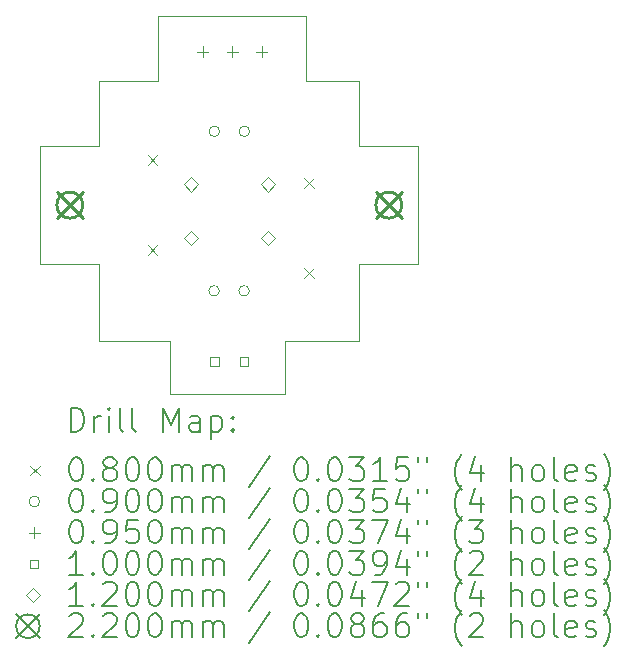
<source format=gbr>
%TF.GenerationSoftware,KiCad,Pcbnew,7.0.9*%
%TF.CreationDate,2024-03-13T22:22:44+01:00*%
%TF.ProjectId,KorryLargePCB,4b6f7272-794c-4617-9267-655043422e6b,rev?*%
%TF.SameCoordinates,Original*%
%TF.FileFunction,Drillmap*%
%TF.FilePolarity,Positive*%
%FSLAX45Y45*%
G04 Gerber Fmt 4.5, Leading zero omitted, Abs format (unit mm)*
G04 Created by KiCad (PCBNEW 7.0.9) date 2024-03-13 22:22:44*
%MOMM*%
%LPD*%
G01*
G04 APERTURE LIST*
%ADD10C,0.100000*%
%ADD11C,0.200000*%
%ADD12C,0.120000*%
%ADD13C,0.220000*%
G04 APERTURE END LIST*
D10*
X5000000Y-2550000D02*
X5500000Y-2550000D01*
X5500000Y-2000000D02*
X5500000Y-2550000D01*
X7200000Y-4100000D02*
X7200000Y-4750000D01*
X4500000Y-3100000D02*
X5000000Y-3100000D01*
X7700000Y-4100000D02*
X7700000Y-3100000D01*
X5000000Y-4750000D02*
X5000000Y-4100000D01*
X5000000Y-3100000D02*
X5000000Y-2550000D01*
X7200000Y-3100000D02*
X7200000Y-2550000D01*
X6575000Y-5200000D02*
X6575000Y-4750000D01*
X6750000Y-2000000D02*
X6750000Y-2550000D01*
X6575000Y-4750000D02*
X7200000Y-4750000D01*
X5000000Y-4750000D02*
X5600000Y-4750000D01*
X7200000Y-4100000D02*
X7700000Y-4100000D01*
X6575000Y-5200000D02*
X5600000Y-5200000D01*
X5000000Y-4100000D02*
X4500000Y-4100000D01*
X7700000Y-3100000D02*
X7200000Y-3100000D01*
X5600000Y-5200000D02*
X5600000Y-4750000D01*
X4500000Y-4100000D02*
X4500000Y-3100000D01*
X7200000Y-2550000D02*
X6750000Y-2550000D01*
X5500000Y-2000000D02*
X6750000Y-2000000D01*
D11*
D10*
X5410000Y-3179000D02*
X5490000Y-3259000D01*
X5490000Y-3179000D02*
X5410000Y-3259000D01*
X5410000Y-3941000D02*
X5490000Y-4021000D01*
X5490000Y-3941000D02*
X5410000Y-4021000D01*
X6735000Y-3373000D02*
X6815000Y-3453000D01*
X6815000Y-3373000D02*
X6735000Y-3453000D01*
X6735000Y-4135000D02*
X6815000Y-4215000D01*
X6815000Y-4135000D02*
X6735000Y-4215000D01*
X6016000Y-4325000D02*
G75*
G03*
X6016000Y-4325000I-45000J0D01*
G01*
X6018500Y-2975000D02*
G75*
G03*
X6018500Y-2975000I-45000J0D01*
G01*
X6270000Y-4325000D02*
G75*
G03*
X6270000Y-4325000I-45000J0D01*
G01*
X6272500Y-2975000D02*
G75*
G03*
X6272500Y-2975000I-45000J0D01*
G01*
X5875000Y-2252500D02*
X5875000Y-2347500D01*
X5827500Y-2300000D02*
X5922500Y-2300000D01*
X6125000Y-2252500D02*
X6125000Y-2347500D01*
X6077500Y-2300000D02*
X6172500Y-2300000D01*
X6375000Y-2252500D02*
X6375000Y-2347500D01*
X6327500Y-2300000D02*
X6422500Y-2300000D01*
X6010356Y-4960356D02*
X6010356Y-4889644D01*
X5939644Y-4889644D01*
X5939644Y-4960356D01*
X6010356Y-4960356D01*
X6260356Y-4960356D02*
X6260356Y-4889644D01*
X6189644Y-4889644D01*
X6189644Y-4960356D01*
X6260356Y-4960356D01*
D12*
X5775000Y-3485000D02*
X5835000Y-3425000D01*
X5775000Y-3365000D01*
X5715000Y-3425000D01*
X5775000Y-3485000D01*
X5775000Y-3935000D02*
X5835000Y-3875000D01*
X5775000Y-3815000D01*
X5715000Y-3875000D01*
X5775000Y-3935000D01*
X6425000Y-3485000D02*
X6485000Y-3425000D01*
X6425000Y-3365000D01*
X6365000Y-3425000D01*
X6425000Y-3485000D01*
X6425000Y-3935000D02*
X6485000Y-3875000D01*
X6425000Y-3815000D01*
X6365000Y-3875000D01*
X6425000Y-3935000D01*
D13*
X4640000Y-3490000D02*
X4860000Y-3710000D01*
X4860000Y-3490000D02*
X4640000Y-3710000D01*
X4860000Y-3600000D02*
G75*
G03*
X4860000Y-3600000I-110000J0D01*
G01*
X7340000Y-3490000D02*
X7560000Y-3710000D01*
X7560000Y-3490000D02*
X7340000Y-3710000D01*
X7560000Y-3600000D02*
G75*
G03*
X7560000Y-3600000I-110000J0D01*
G01*
D11*
X4755777Y-5516484D02*
X4755777Y-5316484D01*
X4755777Y-5316484D02*
X4803396Y-5316484D01*
X4803396Y-5316484D02*
X4831967Y-5326008D01*
X4831967Y-5326008D02*
X4851015Y-5345055D01*
X4851015Y-5345055D02*
X4860539Y-5364103D01*
X4860539Y-5364103D02*
X4870063Y-5402198D01*
X4870063Y-5402198D02*
X4870063Y-5430770D01*
X4870063Y-5430770D02*
X4860539Y-5468865D01*
X4860539Y-5468865D02*
X4851015Y-5487912D01*
X4851015Y-5487912D02*
X4831967Y-5506960D01*
X4831967Y-5506960D02*
X4803396Y-5516484D01*
X4803396Y-5516484D02*
X4755777Y-5516484D01*
X4955777Y-5516484D02*
X4955777Y-5383150D01*
X4955777Y-5421246D02*
X4965301Y-5402198D01*
X4965301Y-5402198D02*
X4974824Y-5392674D01*
X4974824Y-5392674D02*
X4993872Y-5383150D01*
X4993872Y-5383150D02*
X5012920Y-5383150D01*
X5079586Y-5516484D02*
X5079586Y-5383150D01*
X5079586Y-5316484D02*
X5070063Y-5326008D01*
X5070063Y-5326008D02*
X5079586Y-5335531D01*
X5079586Y-5335531D02*
X5089110Y-5326008D01*
X5089110Y-5326008D02*
X5079586Y-5316484D01*
X5079586Y-5316484D02*
X5079586Y-5335531D01*
X5203396Y-5516484D02*
X5184348Y-5506960D01*
X5184348Y-5506960D02*
X5174824Y-5487912D01*
X5174824Y-5487912D02*
X5174824Y-5316484D01*
X5308158Y-5516484D02*
X5289110Y-5506960D01*
X5289110Y-5506960D02*
X5279586Y-5487912D01*
X5279586Y-5487912D02*
X5279586Y-5316484D01*
X5536729Y-5516484D02*
X5536729Y-5316484D01*
X5536729Y-5316484D02*
X5603396Y-5459341D01*
X5603396Y-5459341D02*
X5670062Y-5316484D01*
X5670062Y-5316484D02*
X5670062Y-5516484D01*
X5851015Y-5516484D02*
X5851015Y-5411722D01*
X5851015Y-5411722D02*
X5841491Y-5392674D01*
X5841491Y-5392674D02*
X5822443Y-5383150D01*
X5822443Y-5383150D02*
X5784348Y-5383150D01*
X5784348Y-5383150D02*
X5765301Y-5392674D01*
X5851015Y-5506960D02*
X5831967Y-5516484D01*
X5831967Y-5516484D02*
X5784348Y-5516484D01*
X5784348Y-5516484D02*
X5765301Y-5506960D01*
X5765301Y-5506960D02*
X5755777Y-5487912D01*
X5755777Y-5487912D02*
X5755777Y-5468865D01*
X5755777Y-5468865D02*
X5765301Y-5449817D01*
X5765301Y-5449817D02*
X5784348Y-5440293D01*
X5784348Y-5440293D02*
X5831967Y-5440293D01*
X5831967Y-5440293D02*
X5851015Y-5430770D01*
X5946253Y-5383150D02*
X5946253Y-5583150D01*
X5946253Y-5392674D02*
X5965301Y-5383150D01*
X5965301Y-5383150D02*
X6003396Y-5383150D01*
X6003396Y-5383150D02*
X6022443Y-5392674D01*
X6022443Y-5392674D02*
X6031967Y-5402198D01*
X6031967Y-5402198D02*
X6041491Y-5421246D01*
X6041491Y-5421246D02*
X6041491Y-5478389D01*
X6041491Y-5478389D02*
X6031967Y-5497436D01*
X6031967Y-5497436D02*
X6022443Y-5506960D01*
X6022443Y-5506960D02*
X6003396Y-5516484D01*
X6003396Y-5516484D02*
X5965301Y-5516484D01*
X5965301Y-5516484D02*
X5946253Y-5506960D01*
X6127205Y-5497436D02*
X6136729Y-5506960D01*
X6136729Y-5506960D02*
X6127205Y-5516484D01*
X6127205Y-5516484D02*
X6117682Y-5506960D01*
X6117682Y-5506960D02*
X6127205Y-5497436D01*
X6127205Y-5497436D02*
X6127205Y-5516484D01*
X6127205Y-5392674D02*
X6136729Y-5402198D01*
X6136729Y-5402198D02*
X6127205Y-5411722D01*
X6127205Y-5411722D02*
X6117682Y-5402198D01*
X6117682Y-5402198D02*
X6127205Y-5392674D01*
X6127205Y-5392674D02*
X6127205Y-5411722D01*
D10*
X4415000Y-5805000D02*
X4495000Y-5885000D01*
X4495000Y-5805000D02*
X4415000Y-5885000D01*
D11*
X4793872Y-5736484D02*
X4812920Y-5736484D01*
X4812920Y-5736484D02*
X4831967Y-5746008D01*
X4831967Y-5746008D02*
X4841491Y-5755531D01*
X4841491Y-5755531D02*
X4851015Y-5774579D01*
X4851015Y-5774579D02*
X4860539Y-5812674D01*
X4860539Y-5812674D02*
X4860539Y-5860293D01*
X4860539Y-5860293D02*
X4851015Y-5898388D01*
X4851015Y-5898388D02*
X4841491Y-5917436D01*
X4841491Y-5917436D02*
X4831967Y-5926960D01*
X4831967Y-5926960D02*
X4812920Y-5936484D01*
X4812920Y-5936484D02*
X4793872Y-5936484D01*
X4793872Y-5936484D02*
X4774824Y-5926960D01*
X4774824Y-5926960D02*
X4765301Y-5917436D01*
X4765301Y-5917436D02*
X4755777Y-5898388D01*
X4755777Y-5898388D02*
X4746253Y-5860293D01*
X4746253Y-5860293D02*
X4746253Y-5812674D01*
X4746253Y-5812674D02*
X4755777Y-5774579D01*
X4755777Y-5774579D02*
X4765301Y-5755531D01*
X4765301Y-5755531D02*
X4774824Y-5746008D01*
X4774824Y-5746008D02*
X4793872Y-5736484D01*
X4946253Y-5917436D02*
X4955777Y-5926960D01*
X4955777Y-5926960D02*
X4946253Y-5936484D01*
X4946253Y-5936484D02*
X4936729Y-5926960D01*
X4936729Y-5926960D02*
X4946253Y-5917436D01*
X4946253Y-5917436D02*
X4946253Y-5936484D01*
X5070063Y-5822198D02*
X5051015Y-5812674D01*
X5051015Y-5812674D02*
X5041491Y-5803150D01*
X5041491Y-5803150D02*
X5031967Y-5784103D01*
X5031967Y-5784103D02*
X5031967Y-5774579D01*
X5031967Y-5774579D02*
X5041491Y-5755531D01*
X5041491Y-5755531D02*
X5051015Y-5746008D01*
X5051015Y-5746008D02*
X5070063Y-5736484D01*
X5070063Y-5736484D02*
X5108158Y-5736484D01*
X5108158Y-5736484D02*
X5127205Y-5746008D01*
X5127205Y-5746008D02*
X5136729Y-5755531D01*
X5136729Y-5755531D02*
X5146253Y-5774579D01*
X5146253Y-5774579D02*
X5146253Y-5784103D01*
X5146253Y-5784103D02*
X5136729Y-5803150D01*
X5136729Y-5803150D02*
X5127205Y-5812674D01*
X5127205Y-5812674D02*
X5108158Y-5822198D01*
X5108158Y-5822198D02*
X5070063Y-5822198D01*
X5070063Y-5822198D02*
X5051015Y-5831722D01*
X5051015Y-5831722D02*
X5041491Y-5841246D01*
X5041491Y-5841246D02*
X5031967Y-5860293D01*
X5031967Y-5860293D02*
X5031967Y-5898388D01*
X5031967Y-5898388D02*
X5041491Y-5917436D01*
X5041491Y-5917436D02*
X5051015Y-5926960D01*
X5051015Y-5926960D02*
X5070063Y-5936484D01*
X5070063Y-5936484D02*
X5108158Y-5936484D01*
X5108158Y-5936484D02*
X5127205Y-5926960D01*
X5127205Y-5926960D02*
X5136729Y-5917436D01*
X5136729Y-5917436D02*
X5146253Y-5898388D01*
X5146253Y-5898388D02*
X5146253Y-5860293D01*
X5146253Y-5860293D02*
X5136729Y-5841246D01*
X5136729Y-5841246D02*
X5127205Y-5831722D01*
X5127205Y-5831722D02*
X5108158Y-5822198D01*
X5270063Y-5736484D02*
X5289110Y-5736484D01*
X5289110Y-5736484D02*
X5308158Y-5746008D01*
X5308158Y-5746008D02*
X5317682Y-5755531D01*
X5317682Y-5755531D02*
X5327205Y-5774579D01*
X5327205Y-5774579D02*
X5336729Y-5812674D01*
X5336729Y-5812674D02*
X5336729Y-5860293D01*
X5336729Y-5860293D02*
X5327205Y-5898388D01*
X5327205Y-5898388D02*
X5317682Y-5917436D01*
X5317682Y-5917436D02*
X5308158Y-5926960D01*
X5308158Y-5926960D02*
X5289110Y-5936484D01*
X5289110Y-5936484D02*
X5270063Y-5936484D01*
X5270063Y-5936484D02*
X5251015Y-5926960D01*
X5251015Y-5926960D02*
X5241491Y-5917436D01*
X5241491Y-5917436D02*
X5231967Y-5898388D01*
X5231967Y-5898388D02*
X5222444Y-5860293D01*
X5222444Y-5860293D02*
X5222444Y-5812674D01*
X5222444Y-5812674D02*
X5231967Y-5774579D01*
X5231967Y-5774579D02*
X5241491Y-5755531D01*
X5241491Y-5755531D02*
X5251015Y-5746008D01*
X5251015Y-5746008D02*
X5270063Y-5736484D01*
X5460539Y-5736484D02*
X5479586Y-5736484D01*
X5479586Y-5736484D02*
X5498634Y-5746008D01*
X5498634Y-5746008D02*
X5508158Y-5755531D01*
X5508158Y-5755531D02*
X5517682Y-5774579D01*
X5517682Y-5774579D02*
X5527205Y-5812674D01*
X5527205Y-5812674D02*
X5527205Y-5860293D01*
X5527205Y-5860293D02*
X5517682Y-5898388D01*
X5517682Y-5898388D02*
X5508158Y-5917436D01*
X5508158Y-5917436D02*
X5498634Y-5926960D01*
X5498634Y-5926960D02*
X5479586Y-5936484D01*
X5479586Y-5936484D02*
X5460539Y-5936484D01*
X5460539Y-5936484D02*
X5441491Y-5926960D01*
X5441491Y-5926960D02*
X5431967Y-5917436D01*
X5431967Y-5917436D02*
X5422444Y-5898388D01*
X5422444Y-5898388D02*
X5412920Y-5860293D01*
X5412920Y-5860293D02*
X5412920Y-5812674D01*
X5412920Y-5812674D02*
X5422444Y-5774579D01*
X5422444Y-5774579D02*
X5431967Y-5755531D01*
X5431967Y-5755531D02*
X5441491Y-5746008D01*
X5441491Y-5746008D02*
X5460539Y-5736484D01*
X5612920Y-5936484D02*
X5612920Y-5803150D01*
X5612920Y-5822198D02*
X5622443Y-5812674D01*
X5622443Y-5812674D02*
X5641491Y-5803150D01*
X5641491Y-5803150D02*
X5670063Y-5803150D01*
X5670063Y-5803150D02*
X5689110Y-5812674D01*
X5689110Y-5812674D02*
X5698634Y-5831722D01*
X5698634Y-5831722D02*
X5698634Y-5936484D01*
X5698634Y-5831722D02*
X5708158Y-5812674D01*
X5708158Y-5812674D02*
X5727205Y-5803150D01*
X5727205Y-5803150D02*
X5755777Y-5803150D01*
X5755777Y-5803150D02*
X5774824Y-5812674D01*
X5774824Y-5812674D02*
X5784348Y-5831722D01*
X5784348Y-5831722D02*
X5784348Y-5936484D01*
X5879586Y-5936484D02*
X5879586Y-5803150D01*
X5879586Y-5822198D02*
X5889110Y-5812674D01*
X5889110Y-5812674D02*
X5908158Y-5803150D01*
X5908158Y-5803150D02*
X5936729Y-5803150D01*
X5936729Y-5803150D02*
X5955777Y-5812674D01*
X5955777Y-5812674D02*
X5965301Y-5831722D01*
X5965301Y-5831722D02*
X5965301Y-5936484D01*
X5965301Y-5831722D02*
X5974824Y-5812674D01*
X5974824Y-5812674D02*
X5993872Y-5803150D01*
X5993872Y-5803150D02*
X6022443Y-5803150D01*
X6022443Y-5803150D02*
X6041491Y-5812674D01*
X6041491Y-5812674D02*
X6051015Y-5831722D01*
X6051015Y-5831722D02*
X6051015Y-5936484D01*
X6441491Y-5726960D02*
X6270063Y-5984103D01*
X6698634Y-5736484D02*
X6717682Y-5736484D01*
X6717682Y-5736484D02*
X6736729Y-5746008D01*
X6736729Y-5746008D02*
X6746253Y-5755531D01*
X6746253Y-5755531D02*
X6755777Y-5774579D01*
X6755777Y-5774579D02*
X6765301Y-5812674D01*
X6765301Y-5812674D02*
X6765301Y-5860293D01*
X6765301Y-5860293D02*
X6755777Y-5898388D01*
X6755777Y-5898388D02*
X6746253Y-5917436D01*
X6746253Y-5917436D02*
X6736729Y-5926960D01*
X6736729Y-5926960D02*
X6717682Y-5936484D01*
X6717682Y-5936484D02*
X6698634Y-5936484D01*
X6698634Y-5936484D02*
X6679586Y-5926960D01*
X6679586Y-5926960D02*
X6670063Y-5917436D01*
X6670063Y-5917436D02*
X6660539Y-5898388D01*
X6660539Y-5898388D02*
X6651015Y-5860293D01*
X6651015Y-5860293D02*
X6651015Y-5812674D01*
X6651015Y-5812674D02*
X6660539Y-5774579D01*
X6660539Y-5774579D02*
X6670063Y-5755531D01*
X6670063Y-5755531D02*
X6679586Y-5746008D01*
X6679586Y-5746008D02*
X6698634Y-5736484D01*
X6851015Y-5917436D02*
X6860539Y-5926960D01*
X6860539Y-5926960D02*
X6851015Y-5936484D01*
X6851015Y-5936484D02*
X6841491Y-5926960D01*
X6841491Y-5926960D02*
X6851015Y-5917436D01*
X6851015Y-5917436D02*
X6851015Y-5936484D01*
X6984348Y-5736484D02*
X7003396Y-5736484D01*
X7003396Y-5736484D02*
X7022444Y-5746008D01*
X7022444Y-5746008D02*
X7031967Y-5755531D01*
X7031967Y-5755531D02*
X7041491Y-5774579D01*
X7041491Y-5774579D02*
X7051015Y-5812674D01*
X7051015Y-5812674D02*
X7051015Y-5860293D01*
X7051015Y-5860293D02*
X7041491Y-5898388D01*
X7041491Y-5898388D02*
X7031967Y-5917436D01*
X7031967Y-5917436D02*
X7022444Y-5926960D01*
X7022444Y-5926960D02*
X7003396Y-5936484D01*
X7003396Y-5936484D02*
X6984348Y-5936484D01*
X6984348Y-5936484D02*
X6965301Y-5926960D01*
X6965301Y-5926960D02*
X6955777Y-5917436D01*
X6955777Y-5917436D02*
X6946253Y-5898388D01*
X6946253Y-5898388D02*
X6936729Y-5860293D01*
X6936729Y-5860293D02*
X6936729Y-5812674D01*
X6936729Y-5812674D02*
X6946253Y-5774579D01*
X6946253Y-5774579D02*
X6955777Y-5755531D01*
X6955777Y-5755531D02*
X6965301Y-5746008D01*
X6965301Y-5746008D02*
X6984348Y-5736484D01*
X7117682Y-5736484D02*
X7241491Y-5736484D01*
X7241491Y-5736484D02*
X7174825Y-5812674D01*
X7174825Y-5812674D02*
X7203396Y-5812674D01*
X7203396Y-5812674D02*
X7222444Y-5822198D01*
X7222444Y-5822198D02*
X7231967Y-5831722D01*
X7231967Y-5831722D02*
X7241491Y-5850769D01*
X7241491Y-5850769D02*
X7241491Y-5898388D01*
X7241491Y-5898388D02*
X7231967Y-5917436D01*
X7231967Y-5917436D02*
X7222444Y-5926960D01*
X7222444Y-5926960D02*
X7203396Y-5936484D01*
X7203396Y-5936484D02*
X7146253Y-5936484D01*
X7146253Y-5936484D02*
X7127206Y-5926960D01*
X7127206Y-5926960D02*
X7117682Y-5917436D01*
X7431967Y-5936484D02*
X7317682Y-5936484D01*
X7374825Y-5936484D02*
X7374825Y-5736484D01*
X7374825Y-5736484D02*
X7355777Y-5765055D01*
X7355777Y-5765055D02*
X7336729Y-5784103D01*
X7336729Y-5784103D02*
X7317682Y-5793627D01*
X7612920Y-5736484D02*
X7517682Y-5736484D01*
X7517682Y-5736484D02*
X7508158Y-5831722D01*
X7508158Y-5831722D02*
X7517682Y-5822198D01*
X7517682Y-5822198D02*
X7536729Y-5812674D01*
X7536729Y-5812674D02*
X7584348Y-5812674D01*
X7584348Y-5812674D02*
X7603396Y-5822198D01*
X7603396Y-5822198D02*
X7612920Y-5831722D01*
X7612920Y-5831722D02*
X7622444Y-5850769D01*
X7622444Y-5850769D02*
X7622444Y-5898388D01*
X7622444Y-5898388D02*
X7612920Y-5917436D01*
X7612920Y-5917436D02*
X7603396Y-5926960D01*
X7603396Y-5926960D02*
X7584348Y-5936484D01*
X7584348Y-5936484D02*
X7536729Y-5936484D01*
X7536729Y-5936484D02*
X7517682Y-5926960D01*
X7517682Y-5926960D02*
X7508158Y-5917436D01*
X7698634Y-5736484D02*
X7698634Y-5774579D01*
X7774825Y-5736484D02*
X7774825Y-5774579D01*
X8070063Y-6012674D02*
X8060539Y-6003150D01*
X8060539Y-6003150D02*
X8041491Y-5974579D01*
X8041491Y-5974579D02*
X8031968Y-5955531D01*
X8031968Y-5955531D02*
X8022444Y-5926960D01*
X8022444Y-5926960D02*
X8012920Y-5879341D01*
X8012920Y-5879341D02*
X8012920Y-5841246D01*
X8012920Y-5841246D02*
X8022444Y-5793627D01*
X8022444Y-5793627D02*
X8031968Y-5765055D01*
X8031968Y-5765055D02*
X8041491Y-5746008D01*
X8041491Y-5746008D02*
X8060539Y-5717436D01*
X8060539Y-5717436D02*
X8070063Y-5707912D01*
X8231968Y-5803150D02*
X8231968Y-5936484D01*
X8184348Y-5726960D02*
X8136729Y-5869817D01*
X8136729Y-5869817D02*
X8260539Y-5869817D01*
X8489111Y-5936484D02*
X8489111Y-5736484D01*
X8574825Y-5936484D02*
X8574825Y-5831722D01*
X8574825Y-5831722D02*
X8565301Y-5812674D01*
X8565301Y-5812674D02*
X8546253Y-5803150D01*
X8546253Y-5803150D02*
X8517682Y-5803150D01*
X8517682Y-5803150D02*
X8498634Y-5812674D01*
X8498634Y-5812674D02*
X8489111Y-5822198D01*
X8698634Y-5936484D02*
X8679587Y-5926960D01*
X8679587Y-5926960D02*
X8670063Y-5917436D01*
X8670063Y-5917436D02*
X8660539Y-5898388D01*
X8660539Y-5898388D02*
X8660539Y-5841246D01*
X8660539Y-5841246D02*
X8670063Y-5822198D01*
X8670063Y-5822198D02*
X8679587Y-5812674D01*
X8679587Y-5812674D02*
X8698634Y-5803150D01*
X8698634Y-5803150D02*
X8727206Y-5803150D01*
X8727206Y-5803150D02*
X8746253Y-5812674D01*
X8746253Y-5812674D02*
X8755777Y-5822198D01*
X8755777Y-5822198D02*
X8765301Y-5841246D01*
X8765301Y-5841246D02*
X8765301Y-5898388D01*
X8765301Y-5898388D02*
X8755777Y-5917436D01*
X8755777Y-5917436D02*
X8746253Y-5926960D01*
X8746253Y-5926960D02*
X8727206Y-5936484D01*
X8727206Y-5936484D02*
X8698634Y-5936484D01*
X8879587Y-5936484D02*
X8860539Y-5926960D01*
X8860539Y-5926960D02*
X8851015Y-5907912D01*
X8851015Y-5907912D02*
X8851015Y-5736484D01*
X9031968Y-5926960D02*
X9012920Y-5936484D01*
X9012920Y-5936484D02*
X8974825Y-5936484D01*
X8974825Y-5936484D02*
X8955777Y-5926960D01*
X8955777Y-5926960D02*
X8946253Y-5907912D01*
X8946253Y-5907912D02*
X8946253Y-5831722D01*
X8946253Y-5831722D02*
X8955777Y-5812674D01*
X8955777Y-5812674D02*
X8974825Y-5803150D01*
X8974825Y-5803150D02*
X9012920Y-5803150D01*
X9012920Y-5803150D02*
X9031968Y-5812674D01*
X9031968Y-5812674D02*
X9041492Y-5831722D01*
X9041492Y-5831722D02*
X9041492Y-5850769D01*
X9041492Y-5850769D02*
X8946253Y-5869817D01*
X9117682Y-5926960D02*
X9136730Y-5936484D01*
X9136730Y-5936484D02*
X9174825Y-5936484D01*
X9174825Y-5936484D02*
X9193873Y-5926960D01*
X9193873Y-5926960D02*
X9203396Y-5907912D01*
X9203396Y-5907912D02*
X9203396Y-5898388D01*
X9203396Y-5898388D02*
X9193873Y-5879341D01*
X9193873Y-5879341D02*
X9174825Y-5869817D01*
X9174825Y-5869817D02*
X9146253Y-5869817D01*
X9146253Y-5869817D02*
X9127206Y-5860293D01*
X9127206Y-5860293D02*
X9117682Y-5841246D01*
X9117682Y-5841246D02*
X9117682Y-5831722D01*
X9117682Y-5831722D02*
X9127206Y-5812674D01*
X9127206Y-5812674D02*
X9146253Y-5803150D01*
X9146253Y-5803150D02*
X9174825Y-5803150D01*
X9174825Y-5803150D02*
X9193873Y-5812674D01*
X9270063Y-6012674D02*
X9279587Y-6003150D01*
X9279587Y-6003150D02*
X9298634Y-5974579D01*
X9298634Y-5974579D02*
X9308158Y-5955531D01*
X9308158Y-5955531D02*
X9317682Y-5926960D01*
X9317682Y-5926960D02*
X9327206Y-5879341D01*
X9327206Y-5879341D02*
X9327206Y-5841246D01*
X9327206Y-5841246D02*
X9317682Y-5793627D01*
X9317682Y-5793627D02*
X9308158Y-5765055D01*
X9308158Y-5765055D02*
X9298634Y-5746008D01*
X9298634Y-5746008D02*
X9279587Y-5717436D01*
X9279587Y-5717436D02*
X9270063Y-5707912D01*
D10*
X4495000Y-6109000D02*
G75*
G03*
X4495000Y-6109000I-45000J0D01*
G01*
D11*
X4793872Y-6000484D02*
X4812920Y-6000484D01*
X4812920Y-6000484D02*
X4831967Y-6010008D01*
X4831967Y-6010008D02*
X4841491Y-6019531D01*
X4841491Y-6019531D02*
X4851015Y-6038579D01*
X4851015Y-6038579D02*
X4860539Y-6076674D01*
X4860539Y-6076674D02*
X4860539Y-6124293D01*
X4860539Y-6124293D02*
X4851015Y-6162388D01*
X4851015Y-6162388D02*
X4841491Y-6181436D01*
X4841491Y-6181436D02*
X4831967Y-6190960D01*
X4831967Y-6190960D02*
X4812920Y-6200484D01*
X4812920Y-6200484D02*
X4793872Y-6200484D01*
X4793872Y-6200484D02*
X4774824Y-6190960D01*
X4774824Y-6190960D02*
X4765301Y-6181436D01*
X4765301Y-6181436D02*
X4755777Y-6162388D01*
X4755777Y-6162388D02*
X4746253Y-6124293D01*
X4746253Y-6124293D02*
X4746253Y-6076674D01*
X4746253Y-6076674D02*
X4755777Y-6038579D01*
X4755777Y-6038579D02*
X4765301Y-6019531D01*
X4765301Y-6019531D02*
X4774824Y-6010008D01*
X4774824Y-6010008D02*
X4793872Y-6000484D01*
X4946253Y-6181436D02*
X4955777Y-6190960D01*
X4955777Y-6190960D02*
X4946253Y-6200484D01*
X4946253Y-6200484D02*
X4936729Y-6190960D01*
X4936729Y-6190960D02*
X4946253Y-6181436D01*
X4946253Y-6181436D02*
X4946253Y-6200484D01*
X5051015Y-6200484D02*
X5089110Y-6200484D01*
X5089110Y-6200484D02*
X5108158Y-6190960D01*
X5108158Y-6190960D02*
X5117682Y-6181436D01*
X5117682Y-6181436D02*
X5136729Y-6152865D01*
X5136729Y-6152865D02*
X5146253Y-6114769D01*
X5146253Y-6114769D02*
X5146253Y-6038579D01*
X5146253Y-6038579D02*
X5136729Y-6019531D01*
X5136729Y-6019531D02*
X5127205Y-6010008D01*
X5127205Y-6010008D02*
X5108158Y-6000484D01*
X5108158Y-6000484D02*
X5070063Y-6000484D01*
X5070063Y-6000484D02*
X5051015Y-6010008D01*
X5051015Y-6010008D02*
X5041491Y-6019531D01*
X5041491Y-6019531D02*
X5031967Y-6038579D01*
X5031967Y-6038579D02*
X5031967Y-6086198D01*
X5031967Y-6086198D02*
X5041491Y-6105246D01*
X5041491Y-6105246D02*
X5051015Y-6114769D01*
X5051015Y-6114769D02*
X5070063Y-6124293D01*
X5070063Y-6124293D02*
X5108158Y-6124293D01*
X5108158Y-6124293D02*
X5127205Y-6114769D01*
X5127205Y-6114769D02*
X5136729Y-6105246D01*
X5136729Y-6105246D02*
X5146253Y-6086198D01*
X5270063Y-6000484D02*
X5289110Y-6000484D01*
X5289110Y-6000484D02*
X5308158Y-6010008D01*
X5308158Y-6010008D02*
X5317682Y-6019531D01*
X5317682Y-6019531D02*
X5327205Y-6038579D01*
X5327205Y-6038579D02*
X5336729Y-6076674D01*
X5336729Y-6076674D02*
X5336729Y-6124293D01*
X5336729Y-6124293D02*
X5327205Y-6162388D01*
X5327205Y-6162388D02*
X5317682Y-6181436D01*
X5317682Y-6181436D02*
X5308158Y-6190960D01*
X5308158Y-6190960D02*
X5289110Y-6200484D01*
X5289110Y-6200484D02*
X5270063Y-6200484D01*
X5270063Y-6200484D02*
X5251015Y-6190960D01*
X5251015Y-6190960D02*
X5241491Y-6181436D01*
X5241491Y-6181436D02*
X5231967Y-6162388D01*
X5231967Y-6162388D02*
X5222444Y-6124293D01*
X5222444Y-6124293D02*
X5222444Y-6076674D01*
X5222444Y-6076674D02*
X5231967Y-6038579D01*
X5231967Y-6038579D02*
X5241491Y-6019531D01*
X5241491Y-6019531D02*
X5251015Y-6010008D01*
X5251015Y-6010008D02*
X5270063Y-6000484D01*
X5460539Y-6000484D02*
X5479586Y-6000484D01*
X5479586Y-6000484D02*
X5498634Y-6010008D01*
X5498634Y-6010008D02*
X5508158Y-6019531D01*
X5508158Y-6019531D02*
X5517682Y-6038579D01*
X5517682Y-6038579D02*
X5527205Y-6076674D01*
X5527205Y-6076674D02*
X5527205Y-6124293D01*
X5527205Y-6124293D02*
X5517682Y-6162388D01*
X5517682Y-6162388D02*
X5508158Y-6181436D01*
X5508158Y-6181436D02*
X5498634Y-6190960D01*
X5498634Y-6190960D02*
X5479586Y-6200484D01*
X5479586Y-6200484D02*
X5460539Y-6200484D01*
X5460539Y-6200484D02*
X5441491Y-6190960D01*
X5441491Y-6190960D02*
X5431967Y-6181436D01*
X5431967Y-6181436D02*
X5422444Y-6162388D01*
X5422444Y-6162388D02*
X5412920Y-6124293D01*
X5412920Y-6124293D02*
X5412920Y-6076674D01*
X5412920Y-6076674D02*
X5422444Y-6038579D01*
X5422444Y-6038579D02*
X5431967Y-6019531D01*
X5431967Y-6019531D02*
X5441491Y-6010008D01*
X5441491Y-6010008D02*
X5460539Y-6000484D01*
X5612920Y-6200484D02*
X5612920Y-6067150D01*
X5612920Y-6086198D02*
X5622443Y-6076674D01*
X5622443Y-6076674D02*
X5641491Y-6067150D01*
X5641491Y-6067150D02*
X5670063Y-6067150D01*
X5670063Y-6067150D02*
X5689110Y-6076674D01*
X5689110Y-6076674D02*
X5698634Y-6095722D01*
X5698634Y-6095722D02*
X5698634Y-6200484D01*
X5698634Y-6095722D02*
X5708158Y-6076674D01*
X5708158Y-6076674D02*
X5727205Y-6067150D01*
X5727205Y-6067150D02*
X5755777Y-6067150D01*
X5755777Y-6067150D02*
X5774824Y-6076674D01*
X5774824Y-6076674D02*
X5784348Y-6095722D01*
X5784348Y-6095722D02*
X5784348Y-6200484D01*
X5879586Y-6200484D02*
X5879586Y-6067150D01*
X5879586Y-6086198D02*
X5889110Y-6076674D01*
X5889110Y-6076674D02*
X5908158Y-6067150D01*
X5908158Y-6067150D02*
X5936729Y-6067150D01*
X5936729Y-6067150D02*
X5955777Y-6076674D01*
X5955777Y-6076674D02*
X5965301Y-6095722D01*
X5965301Y-6095722D02*
X5965301Y-6200484D01*
X5965301Y-6095722D02*
X5974824Y-6076674D01*
X5974824Y-6076674D02*
X5993872Y-6067150D01*
X5993872Y-6067150D02*
X6022443Y-6067150D01*
X6022443Y-6067150D02*
X6041491Y-6076674D01*
X6041491Y-6076674D02*
X6051015Y-6095722D01*
X6051015Y-6095722D02*
X6051015Y-6200484D01*
X6441491Y-5990960D02*
X6270063Y-6248103D01*
X6698634Y-6000484D02*
X6717682Y-6000484D01*
X6717682Y-6000484D02*
X6736729Y-6010008D01*
X6736729Y-6010008D02*
X6746253Y-6019531D01*
X6746253Y-6019531D02*
X6755777Y-6038579D01*
X6755777Y-6038579D02*
X6765301Y-6076674D01*
X6765301Y-6076674D02*
X6765301Y-6124293D01*
X6765301Y-6124293D02*
X6755777Y-6162388D01*
X6755777Y-6162388D02*
X6746253Y-6181436D01*
X6746253Y-6181436D02*
X6736729Y-6190960D01*
X6736729Y-6190960D02*
X6717682Y-6200484D01*
X6717682Y-6200484D02*
X6698634Y-6200484D01*
X6698634Y-6200484D02*
X6679586Y-6190960D01*
X6679586Y-6190960D02*
X6670063Y-6181436D01*
X6670063Y-6181436D02*
X6660539Y-6162388D01*
X6660539Y-6162388D02*
X6651015Y-6124293D01*
X6651015Y-6124293D02*
X6651015Y-6076674D01*
X6651015Y-6076674D02*
X6660539Y-6038579D01*
X6660539Y-6038579D02*
X6670063Y-6019531D01*
X6670063Y-6019531D02*
X6679586Y-6010008D01*
X6679586Y-6010008D02*
X6698634Y-6000484D01*
X6851015Y-6181436D02*
X6860539Y-6190960D01*
X6860539Y-6190960D02*
X6851015Y-6200484D01*
X6851015Y-6200484D02*
X6841491Y-6190960D01*
X6841491Y-6190960D02*
X6851015Y-6181436D01*
X6851015Y-6181436D02*
X6851015Y-6200484D01*
X6984348Y-6000484D02*
X7003396Y-6000484D01*
X7003396Y-6000484D02*
X7022444Y-6010008D01*
X7022444Y-6010008D02*
X7031967Y-6019531D01*
X7031967Y-6019531D02*
X7041491Y-6038579D01*
X7041491Y-6038579D02*
X7051015Y-6076674D01*
X7051015Y-6076674D02*
X7051015Y-6124293D01*
X7051015Y-6124293D02*
X7041491Y-6162388D01*
X7041491Y-6162388D02*
X7031967Y-6181436D01*
X7031967Y-6181436D02*
X7022444Y-6190960D01*
X7022444Y-6190960D02*
X7003396Y-6200484D01*
X7003396Y-6200484D02*
X6984348Y-6200484D01*
X6984348Y-6200484D02*
X6965301Y-6190960D01*
X6965301Y-6190960D02*
X6955777Y-6181436D01*
X6955777Y-6181436D02*
X6946253Y-6162388D01*
X6946253Y-6162388D02*
X6936729Y-6124293D01*
X6936729Y-6124293D02*
X6936729Y-6076674D01*
X6936729Y-6076674D02*
X6946253Y-6038579D01*
X6946253Y-6038579D02*
X6955777Y-6019531D01*
X6955777Y-6019531D02*
X6965301Y-6010008D01*
X6965301Y-6010008D02*
X6984348Y-6000484D01*
X7117682Y-6000484D02*
X7241491Y-6000484D01*
X7241491Y-6000484D02*
X7174825Y-6076674D01*
X7174825Y-6076674D02*
X7203396Y-6076674D01*
X7203396Y-6076674D02*
X7222444Y-6086198D01*
X7222444Y-6086198D02*
X7231967Y-6095722D01*
X7231967Y-6095722D02*
X7241491Y-6114769D01*
X7241491Y-6114769D02*
X7241491Y-6162388D01*
X7241491Y-6162388D02*
X7231967Y-6181436D01*
X7231967Y-6181436D02*
X7222444Y-6190960D01*
X7222444Y-6190960D02*
X7203396Y-6200484D01*
X7203396Y-6200484D02*
X7146253Y-6200484D01*
X7146253Y-6200484D02*
X7127206Y-6190960D01*
X7127206Y-6190960D02*
X7117682Y-6181436D01*
X7422444Y-6000484D02*
X7327206Y-6000484D01*
X7327206Y-6000484D02*
X7317682Y-6095722D01*
X7317682Y-6095722D02*
X7327206Y-6086198D01*
X7327206Y-6086198D02*
X7346253Y-6076674D01*
X7346253Y-6076674D02*
X7393872Y-6076674D01*
X7393872Y-6076674D02*
X7412920Y-6086198D01*
X7412920Y-6086198D02*
X7422444Y-6095722D01*
X7422444Y-6095722D02*
X7431967Y-6114769D01*
X7431967Y-6114769D02*
X7431967Y-6162388D01*
X7431967Y-6162388D02*
X7422444Y-6181436D01*
X7422444Y-6181436D02*
X7412920Y-6190960D01*
X7412920Y-6190960D02*
X7393872Y-6200484D01*
X7393872Y-6200484D02*
X7346253Y-6200484D01*
X7346253Y-6200484D02*
X7327206Y-6190960D01*
X7327206Y-6190960D02*
X7317682Y-6181436D01*
X7603396Y-6067150D02*
X7603396Y-6200484D01*
X7555777Y-5990960D02*
X7508158Y-6133817D01*
X7508158Y-6133817D02*
X7631967Y-6133817D01*
X7698634Y-6000484D02*
X7698634Y-6038579D01*
X7774825Y-6000484D02*
X7774825Y-6038579D01*
X8070063Y-6276674D02*
X8060539Y-6267150D01*
X8060539Y-6267150D02*
X8041491Y-6238579D01*
X8041491Y-6238579D02*
X8031968Y-6219531D01*
X8031968Y-6219531D02*
X8022444Y-6190960D01*
X8022444Y-6190960D02*
X8012920Y-6143341D01*
X8012920Y-6143341D02*
X8012920Y-6105246D01*
X8012920Y-6105246D02*
X8022444Y-6057627D01*
X8022444Y-6057627D02*
X8031968Y-6029055D01*
X8031968Y-6029055D02*
X8041491Y-6010008D01*
X8041491Y-6010008D02*
X8060539Y-5981436D01*
X8060539Y-5981436D02*
X8070063Y-5971912D01*
X8231968Y-6067150D02*
X8231968Y-6200484D01*
X8184348Y-5990960D02*
X8136729Y-6133817D01*
X8136729Y-6133817D02*
X8260539Y-6133817D01*
X8489111Y-6200484D02*
X8489111Y-6000484D01*
X8574825Y-6200484D02*
X8574825Y-6095722D01*
X8574825Y-6095722D02*
X8565301Y-6076674D01*
X8565301Y-6076674D02*
X8546253Y-6067150D01*
X8546253Y-6067150D02*
X8517682Y-6067150D01*
X8517682Y-6067150D02*
X8498634Y-6076674D01*
X8498634Y-6076674D02*
X8489111Y-6086198D01*
X8698634Y-6200484D02*
X8679587Y-6190960D01*
X8679587Y-6190960D02*
X8670063Y-6181436D01*
X8670063Y-6181436D02*
X8660539Y-6162388D01*
X8660539Y-6162388D02*
X8660539Y-6105246D01*
X8660539Y-6105246D02*
X8670063Y-6086198D01*
X8670063Y-6086198D02*
X8679587Y-6076674D01*
X8679587Y-6076674D02*
X8698634Y-6067150D01*
X8698634Y-6067150D02*
X8727206Y-6067150D01*
X8727206Y-6067150D02*
X8746253Y-6076674D01*
X8746253Y-6076674D02*
X8755777Y-6086198D01*
X8755777Y-6086198D02*
X8765301Y-6105246D01*
X8765301Y-6105246D02*
X8765301Y-6162388D01*
X8765301Y-6162388D02*
X8755777Y-6181436D01*
X8755777Y-6181436D02*
X8746253Y-6190960D01*
X8746253Y-6190960D02*
X8727206Y-6200484D01*
X8727206Y-6200484D02*
X8698634Y-6200484D01*
X8879587Y-6200484D02*
X8860539Y-6190960D01*
X8860539Y-6190960D02*
X8851015Y-6171912D01*
X8851015Y-6171912D02*
X8851015Y-6000484D01*
X9031968Y-6190960D02*
X9012920Y-6200484D01*
X9012920Y-6200484D02*
X8974825Y-6200484D01*
X8974825Y-6200484D02*
X8955777Y-6190960D01*
X8955777Y-6190960D02*
X8946253Y-6171912D01*
X8946253Y-6171912D02*
X8946253Y-6095722D01*
X8946253Y-6095722D02*
X8955777Y-6076674D01*
X8955777Y-6076674D02*
X8974825Y-6067150D01*
X8974825Y-6067150D02*
X9012920Y-6067150D01*
X9012920Y-6067150D02*
X9031968Y-6076674D01*
X9031968Y-6076674D02*
X9041492Y-6095722D01*
X9041492Y-6095722D02*
X9041492Y-6114769D01*
X9041492Y-6114769D02*
X8946253Y-6133817D01*
X9117682Y-6190960D02*
X9136730Y-6200484D01*
X9136730Y-6200484D02*
X9174825Y-6200484D01*
X9174825Y-6200484D02*
X9193873Y-6190960D01*
X9193873Y-6190960D02*
X9203396Y-6171912D01*
X9203396Y-6171912D02*
X9203396Y-6162388D01*
X9203396Y-6162388D02*
X9193873Y-6143341D01*
X9193873Y-6143341D02*
X9174825Y-6133817D01*
X9174825Y-6133817D02*
X9146253Y-6133817D01*
X9146253Y-6133817D02*
X9127206Y-6124293D01*
X9127206Y-6124293D02*
X9117682Y-6105246D01*
X9117682Y-6105246D02*
X9117682Y-6095722D01*
X9117682Y-6095722D02*
X9127206Y-6076674D01*
X9127206Y-6076674D02*
X9146253Y-6067150D01*
X9146253Y-6067150D02*
X9174825Y-6067150D01*
X9174825Y-6067150D02*
X9193873Y-6076674D01*
X9270063Y-6276674D02*
X9279587Y-6267150D01*
X9279587Y-6267150D02*
X9298634Y-6238579D01*
X9298634Y-6238579D02*
X9308158Y-6219531D01*
X9308158Y-6219531D02*
X9317682Y-6190960D01*
X9317682Y-6190960D02*
X9327206Y-6143341D01*
X9327206Y-6143341D02*
X9327206Y-6105246D01*
X9327206Y-6105246D02*
X9317682Y-6057627D01*
X9317682Y-6057627D02*
X9308158Y-6029055D01*
X9308158Y-6029055D02*
X9298634Y-6010008D01*
X9298634Y-6010008D02*
X9279587Y-5981436D01*
X9279587Y-5981436D02*
X9270063Y-5971912D01*
D10*
X4447500Y-6325500D02*
X4447500Y-6420500D01*
X4400000Y-6373000D02*
X4495000Y-6373000D01*
D11*
X4793872Y-6264484D02*
X4812920Y-6264484D01*
X4812920Y-6264484D02*
X4831967Y-6274008D01*
X4831967Y-6274008D02*
X4841491Y-6283531D01*
X4841491Y-6283531D02*
X4851015Y-6302579D01*
X4851015Y-6302579D02*
X4860539Y-6340674D01*
X4860539Y-6340674D02*
X4860539Y-6388293D01*
X4860539Y-6388293D02*
X4851015Y-6426388D01*
X4851015Y-6426388D02*
X4841491Y-6445436D01*
X4841491Y-6445436D02*
X4831967Y-6454960D01*
X4831967Y-6454960D02*
X4812920Y-6464484D01*
X4812920Y-6464484D02*
X4793872Y-6464484D01*
X4793872Y-6464484D02*
X4774824Y-6454960D01*
X4774824Y-6454960D02*
X4765301Y-6445436D01*
X4765301Y-6445436D02*
X4755777Y-6426388D01*
X4755777Y-6426388D02*
X4746253Y-6388293D01*
X4746253Y-6388293D02*
X4746253Y-6340674D01*
X4746253Y-6340674D02*
X4755777Y-6302579D01*
X4755777Y-6302579D02*
X4765301Y-6283531D01*
X4765301Y-6283531D02*
X4774824Y-6274008D01*
X4774824Y-6274008D02*
X4793872Y-6264484D01*
X4946253Y-6445436D02*
X4955777Y-6454960D01*
X4955777Y-6454960D02*
X4946253Y-6464484D01*
X4946253Y-6464484D02*
X4936729Y-6454960D01*
X4936729Y-6454960D02*
X4946253Y-6445436D01*
X4946253Y-6445436D02*
X4946253Y-6464484D01*
X5051015Y-6464484D02*
X5089110Y-6464484D01*
X5089110Y-6464484D02*
X5108158Y-6454960D01*
X5108158Y-6454960D02*
X5117682Y-6445436D01*
X5117682Y-6445436D02*
X5136729Y-6416865D01*
X5136729Y-6416865D02*
X5146253Y-6378769D01*
X5146253Y-6378769D02*
X5146253Y-6302579D01*
X5146253Y-6302579D02*
X5136729Y-6283531D01*
X5136729Y-6283531D02*
X5127205Y-6274008D01*
X5127205Y-6274008D02*
X5108158Y-6264484D01*
X5108158Y-6264484D02*
X5070063Y-6264484D01*
X5070063Y-6264484D02*
X5051015Y-6274008D01*
X5051015Y-6274008D02*
X5041491Y-6283531D01*
X5041491Y-6283531D02*
X5031967Y-6302579D01*
X5031967Y-6302579D02*
X5031967Y-6350198D01*
X5031967Y-6350198D02*
X5041491Y-6369246D01*
X5041491Y-6369246D02*
X5051015Y-6378769D01*
X5051015Y-6378769D02*
X5070063Y-6388293D01*
X5070063Y-6388293D02*
X5108158Y-6388293D01*
X5108158Y-6388293D02*
X5127205Y-6378769D01*
X5127205Y-6378769D02*
X5136729Y-6369246D01*
X5136729Y-6369246D02*
X5146253Y-6350198D01*
X5327205Y-6264484D02*
X5231967Y-6264484D01*
X5231967Y-6264484D02*
X5222444Y-6359722D01*
X5222444Y-6359722D02*
X5231967Y-6350198D01*
X5231967Y-6350198D02*
X5251015Y-6340674D01*
X5251015Y-6340674D02*
X5298634Y-6340674D01*
X5298634Y-6340674D02*
X5317682Y-6350198D01*
X5317682Y-6350198D02*
X5327205Y-6359722D01*
X5327205Y-6359722D02*
X5336729Y-6378769D01*
X5336729Y-6378769D02*
X5336729Y-6426388D01*
X5336729Y-6426388D02*
X5327205Y-6445436D01*
X5327205Y-6445436D02*
X5317682Y-6454960D01*
X5317682Y-6454960D02*
X5298634Y-6464484D01*
X5298634Y-6464484D02*
X5251015Y-6464484D01*
X5251015Y-6464484D02*
X5231967Y-6454960D01*
X5231967Y-6454960D02*
X5222444Y-6445436D01*
X5460539Y-6264484D02*
X5479586Y-6264484D01*
X5479586Y-6264484D02*
X5498634Y-6274008D01*
X5498634Y-6274008D02*
X5508158Y-6283531D01*
X5508158Y-6283531D02*
X5517682Y-6302579D01*
X5517682Y-6302579D02*
X5527205Y-6340674D01*
X5527205Y-6340674D02*
X5527205Y-6388293D01*
X5527205Y-6388293D02*
X5517682Y-6426388D01*
X5517682Y-6426388D02*
X5508158Y-6445436D01*
X5508158Y-6445436D02*
X5498634Y-6454960D01*
X5498634Y-6454960D02*
X5479586Y-6464484D01*
X5479586Y-6464484D02*
X5460539Y-6464484D01*
X5460539Y-6464484D02*
X5441491Y-6454960D01*
X5441491Y-6454960D02*
X5431967Y-6445436D01*
X5431967Y-6445436D02*
X5422444Y-6426388D01*
X5422444Y-6426388D02*
X5412920Y-6388293D01*
X5412920Y-6388293D02*
X5412920Y-6340674D01*
X5412920Y-6340674D02*
X5422444Y-6302579D01*
X5422444Y-6302579D02*
X5431967Y-6283531D01*
X5431967Y-6283531D02*
X5441491Y-6274008D01*
X5441491Y-6274008D02*
X5460539Y-6264484D01*
X5612920Y-6464484D02*
X5612920Y-6331150D01*
X5612920Y-6350198D02*
X5622443Y-6340674D01*
X5622443Y-6340674D02*
X5641491Y-6331150D01*
X5641491Y-6331150D02*
X5670063Y-6331150D01*
X5670063Y-6331150D02*
X5689110Y-6340674D01*
X5689110Y-6340674D02*
X5698634Y-6359722D01*
X5698634Y-6359722D02*
X5698634Y-6464484D01*
X5698634Y-6359722D02*
X5708158Y-6340674D01*
X5708158Y-6340674D02*
X5727205Y-6331150D01*
X5727205Y-6331150D02*
X5755777Y-6331150D01*
X5755777Y-6331150D02*
X5774824Y-6340674D01*
X5774824Y-6340674D02*
X5784348Y-6359722D01*
X5784348Y-6359722D02*
X5784348Y-6464484D01*
X5879586Y-6464484D02*
X5879586Y-6331150D01*
X5879586Y-6350198D02*
X5889110Y-6340674D01*
X5889110Y-6340674D02*
X5908158Y-6331150D01*
X5908158Y-6331150D02*
X5936729Y-6331150D01*
X5936729Y-6331150D02*
X5955777Y-6340674D01*
X5955777Y-6340674D02*
X5965301Y-6359722D01*
X5965301Y-6359722D02*
X5965301Y-6464484D01*
X5965301Y-6359722D02*
X5974824Y-6340674D01*
X5974824Y-6340674D02*
X5993872Y-6331150D01*
X5993872Y-6331150D02*
X6022443Y-6331150D01*
X6022443Y-6331150D02*
X6041491Y-6340674D01*
X6041491Y-6340674D02*
X6051015Y-6359722D01*
X6051015Y-6359722D02*
X6051015Y-6464484D01*
X6441491Y-6254960D02*
X6270063Y-6512103D01*
X6698634Y-6264484D02*
X6717682Y-6264484D01*
X6717682Y-6264484D02*
X6736729Y-6274008D01*
X6736729Y-6274008D02*
X6746253Y-6283531D01*
X6746253Y-6283531D02*
X6755777Y-6302579D01*
X6755777Y-6302579D02*
X6765301Y-6340674D01*
X6765301Y-6340674D02*
X6765301Y-6388293D01*
X6765301Y-6388293D02*
X6755777Y-6426388D01*
X6755777Y-6426388D02*
X6746253Y-6445436D01*
X6746253Y-6445436D02*
X6736729Y-6454960D01*
X6736729Y-6454960D02*
X6717682Y-6464484D01*
X6717682Y-6464484D02*
X6698634Y-6464484D01*
X6698634Y-6464484D02*
X6679586Y-6454960D01*
X6679586Y-6454960D02*
X6670063Y-6445436D01*
X6670063Y-6445436D02*
X6660539Y-6426388D01*
X6660539Y-6426388D02*
X6651015Y-6388293D01*
X6651015Y-6388293D02*
X6651015Y-6340674D01*
X6651015Y-6340674D02*
X6660539Y-6302579D01*
X6660539Y-6302579D02*
X6670063Y-6283531D01*
X6670063Y-6283531D02*
X6679586Y-6274008D01*
X6679586Y-6274008D02*
X6698634Y-6264484D01*
X6851015Y-6445436D02*
X6860539Y-6454960D01*
X6860539Y-6454960D02*
X6851015Y-6464484D01*
X6851015Y-6464484D02*
X6841491Y-6454960D01*
X6841491Y-6454960D02*
X6851015Y-6445436D01*
X6851015Y-6445436D02*
X6851015Y-6464484D01*
X6984348Y-6264484D02*
X7003396Y-6264484D01*
X7003396Y-6264484D02*
X7022444Y-6274008D01*
X7022444Y-6274008D02*
X7031967Y-6283531D01*
X7031967Y-6283531D02*
X7041491Y-6302579D01*
X7041491Y-6302579D02*
X7051015Y-6340674D01*
X7051015Y-6340674D02*
X7051015Y-6388293D01*
X7051015Y-6388293D02*
X7041491Y-6426388D01*
X7041491Y-6426388D02*
X7031967Y-6445436D01*
X7031967Y-6445436D02*
X7022444Y-6454960D01*
X7022444Y-6454960D02*
X7003396Y-6464484D01*
X7003396Y-6464484D02*
X6984348Y-6464484D01*
X6984348Y-6464484D02*
X6965301Y-6454960D01*
X6965301Y-6454960D02*
X6955777Y-6445436D01*
X6955777Y-6445436D02*
X6946253Y-6426388D01*
X6946253Y-6426388D02*
X6936729Y-6388293D01*
X6936729Y-6388293D02*
X6936729Y-6340674D01*
X6936729Y-6340674D02*
X6946253Y-6302579D01*
X6946253Y-6302579D02*
X6955777Y-6283531D01*
X6955777Y-6283531D02*
X6965301Y-6274008D01*
X6965301Y-6274008D02*
X6984348Y-6264484D01*
X7117682Y-6264484D02*
X7241491Y-6264484D01*
X7241491Y-6264484D02*
X7174825Y-6340674D01*
X7174825Y-6340674D02*
X7203396Y-6340674D01*
X7203396Y-6340674D02*
X7222444Y-6350198D01*
X7222444Y-6350198D02*
X7231967Y-6359722D01*
X7231967Y-6359722D02*
X7241491Y-6378769D01*
X7241491Y-6378769D02*
X7241491Y-6426388D01*
X7241491Y-6426388D02*
X7231967Y-6445436D01*
X7231967Y-6445436D02*
X7222444Y-6454960D01*
X7222444Y-6454960D02*
X7203396Y-6464484D01*
X7203396Y-6464484D02*
X7146253Y-6464484D01*
X7146253Y-6464484D02*
X7127206Y-6454960D01*
X7127206Y-6454960D02*
X7117682Y-6445436D01*
X7308158Y-6264484D02*
X7441491Y-6264484D01*
X7441491Y-6264484D02*
X7355777Y-6464484D01*
X7603396Y-6331150D02*
X7603396Y-6464484D01*
X7555777Y-6254960D02*
X7508158Y-6397817D01*
X7508158Y-6397817D02*
X7631967Y-6397817D01*
X7698634Y-6264484D02*
X7698634Y-6302579D01*
X7774825Y-6264484D02*
X7774825Y-6302579D01*
X8070063Y-6540674D02*
X8060539Y-6531150D01*
X8060539Y-6531150D02*
X8041491Y-6502579D01*
X8041491Y-6502579D02*
X8031968Y-6483531D01*
X8031968Y-6483531D02*
X8022444Y-6454960D01*
X8022444Y-6454960D02*
X8012920Y-6407341D01*
X8012920Y-6407341D02*
X8012920Y-6369246D01*
X8012920Y-6369246D02*
X8022444Y-6321627D01*
X8022444Y-6321627D02*
X8031968Y-6293055D01*
X8031968Y-6293055D02*
X8041491Y-6274008D01*
X8041491Y-6274008D02*
X8060539Y-6245436D01*
X8060539Y-6245436D02*
X8070063Y-6235912D01*
X8127206Y-6264484D02*
X8251015Y-6264484D01*
X8251015Y-6264484D02*
X8184348Y-6340674D01*
X8184348Y-6340674D02*
X8212920Y-6340674D01*
X8212920Y-6340674D02*
X8231968Y-6350198D01*
X8231968Y-6350198D02*
X8241491Y-6359722D01*
X8241491Y-6359722D02*
X8251015Y-6378769D01*
X8251015Y-6378769D02*
X8251015Y-6426388D01*
X8251015Y-6426388D02*
X8241491Y-6445436D01*
X8241491Y-6445436D02*
X8231968Y-6454960D01*
X8231968Y-6454960D02*
X8212920Y-6464484D01*
X8212920Y-6464484D02*
X8155777Y-6464484D01*
X8155777Y-6464484D02*
X8136729Y-6454960D01*
X8136729Y-6454960D02*
X8127206Y-6445436D01*
X8489111Y-6464484D02*
X8489111Y-6264484D01*
X8574825Y-6464484D02*
X8574825Y-6359722D01*
X8574825Y-6359722D02*
X8565301Y-6340674D01*
X8565301Y-6340674D02*
X8546253Y-6331150D01*
X8546253Y-6331150D02*
X8517682Y-6331150D01*
X8517682Y-6331150D02*
X8498634Y-6340674D01*
X8498634Y-6340674D02*
X8489111Y-6350198D01*
X8698634Y-6464484D02*
X8679587Y-6454960D01*
X8679587Y-6454960D02*
X8670063Y-6445436D01*
X8670063Y-6445436D02*
X8660539Y-6426388D01*
X8660539Y-6426388D02*
X8660539Y-6369246D01*
X8660539Y-6369246D02*
X8670063Y-6350198D01*
X8670063Y-6350198D02*
X8679587Y-6340674D01*
X8679587Y-6340674D02*
X8698634Y-6331150D01*
X8698634Y-6331150D02*
X8727206Y-6331150D01*
X8727206Y-6331150D02*
X8746253Y-6340674D01*
X8746253Y-6340674D02*
X8755777Y-6350198D01*
X8755777Y-6350198D02*
X8765301Y-6369246D01*
X8765301Y-6369246D02*
X8765301Y-6426388D01*
X8765301Y-6426388D02*
X8755777Y-6445436D01*
X8755777Y-6445436D02*
X8746253Y-6454960D01*
X8746253Y-6454960D02*
X8727206Y-6464484D01*
X8727206Y-6464484D02*
X8698634Y-6464484D01*
X8879587Y-6464484D02*
X8860539Y-6454960D01*
X8860539Y-6454960D02*
X8851015Y-6435912D01*
X8851015Y-6435912D02*
X8851015Y-6264484D01*
X9031968Y-6454960D02*
X9012920Y-6464484D01*
X9012920Y-6464484D02*
X8974825Y-6464484D01*
X8974825Y-6464484D02*
X8955777Y-6454960D01*
X8955777Y-6454960D02*
X8946253Y-6435912D01*
X8946253Y-6435912D02*
X8946253Y-6359722D01*
X8946253Y-6359722D02*
X8955777Y-6340674D01*
X8955777Y-6340674D02*
X8974825Y-6331150D01*
X8974825Y-6331150D02*
X9012920Y-6331150D01*
X9012920Y-6331150D02*
X9031968Y-6340674D01*
X9031968Y-6340674D02*
X9041492Y-6359722D01*
X9041492Y-6359722D02*
X9041492Y-6378769D01*
X9041492Y-6378769D02*
X8946253Y-6397817D01*
X9117682Y-6454960D02*
X9136730Y-6464484D01*
X9136730Y-6464484D02*
X9174825Y-6464484D01*
X9174825Y-6464484D02*
X9193873Y-6454960D01*
X9193873Y-6454960D02*
X9203396Y-6435912D01*
X9203396Y-6435912D02*
X9203396Y-6426388D01*
X9203396Y-6426388D02*
X9193873Y-6407341D01*
X9193873Y-6407341D02*
X9174825Y-6397817D01*
X9174825Y-6397817D02*
X9146253Y-6397817D01*
X9146253Y-6397817D02*
X9127206Y-6388293D01*
X9127206Y-6388293D02*
X9117682Y-6369246D01*
X9117682Y-6369246D02*
X9117682Y-6359722D01*
X9117682Y-6359722D02*
X9127206Y-6340674D01*
X9127206Y-6340674D02*
X9146253Y-6331150D01*
X9146253Y-6331150D02*
X9174825Y-6331150D01*
X9174825Y-6331150D02*
X9193873Y-6340674D01*
X9270063Y-6540674D02*
X9279587Y-6531150D01*
X9279587Y-6531150D02*
X9298634Y-6502579D01*
X9298634Y-6502579D02*
X9308158Y-6483531D01*
X9308158Y-6483531D02*
X9317682Y-6454960D01*
X9317682Y-6454960D02*
X9327206Y-6407341D01*
X9327206Y-6407341D02*
X9327206Y-6369246D01*
X9327206Y-6369246D02*
X9317682Y-6321627D01*
X9317682Y-6321627D02*
X9308158Y-6293055D01*
X9308158Y-6293055D02*
X9298634Y-6274008D01*
X9298634Y-6274008D02*
X9279587Y-6245436D01*
X9279587Y-6245436D02*
X9270063Y-6235912D01*
D10*
X4480356Y-6672356D02*
X4480356Y-6601644D01*
X4409644Y-6601644D01*
X4409644Y-6672356D01*
X4480356Y-6672356D01*
D11*
X4860539Y-6728484D02*
X4746253Y-6728484D01*
X4803396Y-6728484D02*
X4803396Y-6528484D01*
X4803396Y-6528484D02*
X4784348Y-6557055D01*
X4784348Y-6557055D02*
X4765301Y-6576103D01*
X4765301Y-6576103D02*
X4746253Y-6585627D01*
X4946253Y-6709436D02*
X4955777Y-6718960D01*
X4955777Y-6718960D02*
X4946253Y-6728484D01*
X4946253Y-6728484D02*
X4936729Y-6718960D01*
X4936729Y-6718960D02*
X4946253Y-6709436D01*
X4946253Y-6709436D02*
X4946253Y-6728484D01*
X5079586Y-6528484D02*
X5098634Y-6528484D01*
X5098634Y-6528484D02*
X5117682Y-6538008D01*
X5117682Y-6538008D02*
X5127205Y-6547531D01*
X5127205Y-6547531D02*
X5136729Y-6566579D01*
X5136729Y-6566579D02*
X5146253Y-6604674D01*
X5146253Y-6604674D02*
X5146253Y-6652293D01*
X5146253Y-6652293D02*
X5136729Y-6690388D01*
X5136729Y-6690388D02*
X5127205Y-6709436D01*
X5127205Y-6709436D02*
X5117682Y-6718960D01*
X5117682Y-6718960D02*
X5098634Y-6728484D01*
X5098634Y-6728484D02*
X5079586Y-6728484D01*
X5079586Y-6728484D02*
X5060539Y-6718960D01*
X5060539Y-6718960D02*
X5051015Y-6709436D01*
X5051015Y-6709436D02*
X5041491Y-6690388D01*
X5041491Y-6690388D02*
X5031967Y-6652293D01*
X5031967Y-6652293D02*
X5031967Y-6604674D01*
X5031967Y-6604674D02*
X5041491Y-6566579D01*
X5041491Y-6566579D02*
X5051015Y-6547531D01*
X5051015Y-6547531D02*
X5060539Y-6538008D01*
X5060539Y-6538008D02*
X5079586Y-6528484D01*
X5270063Y-6528484D02*
X5289110Y-6528484D01*
X5289110Y-6528484D02*
X5308158Y-6538008D01*
X5308158Y-6538008D02*
X5317682Y-6547531D01*
X5317682Y-6547531D02*
X5327205Y-6566579D01*
X5327205Y-6566579D02*
X5336729Y-6604674D01*
X5336729Y-6604674D02*
X5336729Y-6652293D01*
X5336729Y-6652293D02*
X5327205Y-6690388D01*
X5327205Y-6690388D02*
X5317682Y-6709436D01*
X5317682Y-6709436D02*
X5308158Y-6718960D01*
X5308158Y-6718960D02*
X5289110Y-6728484D01*
X5289110Y-6728484D02*
X5270063Y-6728484D01*
X5270063Y-6728484D02*
X5251015Y-6718960D01*
X5251015Y-6718960D02*
X5241491Y-6709436D01*
X5241491Y-6709436D02*
X5231967Y-6690388D01*
X5231967Y-6690388D02*
X5222444Y-6652293D01*
X5222444Y-6652293D02*
X5222444Y-6604674D01*
X5222444Y-6604674D02*
X5231967Y-6566579D01*
X5231967Y-6566579D02*
X5241491Y-6547531D01*
X5241491Y-6547531D02*
X5251015Y-6538008D01*
X5251015Y-6538008D02*
X5270063Y-6528484D01*
X5460539Y-6528484D02*
X5479586Y-6528484D01*
X5479586Y-6528484D02*
X5498634Y-6538008D01*
X5498634Y-6538008D02*
X5508158Y-6547531D01*
X5508158Y-6547531D02*
X5517682Y-6566579D01*
X5517682Y-6566579D02*
X5527205Y-6604674D01*
X5527205Y-6604674D02*
X5527205Y-6652293D01*
X5527205Y-6652293D02*
X5517682Y-6690388D01*
X5517682Y-6690388D02*
X5508158Y-6709436D01*
X5508158Y-6709436D02*
X5498634Y-6718960D01*
X5498634Y-6718960D02*
X5479586Y-6728484D01*
X5479586Y-6728484D02*
X5460539Y-6728484D01*
X5460539Y-6728484D02*
X5441491Y-6718960D01*
X5441491Y-6718960D02*
X5431967Y-6709436D01*
X5431967Y-6709436D02*
X5422444Y-6690388D01*
X5422444Y-6690388D02*
X5412920Y-6652293D01*
X5412920Y-6652293D02*
X5412920Y-6604674D01*
X5412920Y-6604674D02*
X5422444Y-6566579D01*
X5422444Y-6566579D02*
X5431967Y-6547531D01*
X5431967Y-6547531D02*
X5441491Y-6538008D01*
X5441491Y-6538008D02*
X5460539Y-6528484D01*
X5612920Y-6728484D02*
X5612920Y-6595150D01*
X5612920Y-6614198D02*
X5622443Y-6604674D01*
X5622443Y-6604674D02*
X5641491Y-6595150D01*
X5641491Y-6595150D02*
X5670063Y-6595150D01*
X5670063Y-6595150D02*
X5689110Y-6604674D01*
X5689110Y-6604674D02*
X5698634Y-6623722D01*
X5698634Y-6623722D02*
X5698634Y-6728484D01*
X5698634Y-6623722D02*
X5708158Y-6604674D01*
X5708158Y-6604674D02*
X5727205Y-6595150D01*
X5727205Y-6595150D02*
X5755777Y-6595150D01*
X5755777Y-6595150D02*
X5774824Y-6604674D01*
X5774824Y-6604674D02*
X5784348Y-6623722D01*
X5784348Y-6623722D02*
X5784348Y-6728484D01*
X5879586Y-6728484D02*
X5879586Y-6595150D01*
X5879586Y-6614198D02*
X5889110Y-6604674D01*
X5889110Y-6604674D02*
X5908158Y-6595150D01*
X5908158Y-6595150D02*
X5936729Y-6595150D01*
X5936729Y-6595150D02*
X5955777Y-6604674D01*
X5955777Y-6604674D02*
X5965301Y-6623722D01*
X5965301Y-6623722D02*
X5965301Y-6728484D01*
X5965301Y-6623722D02*
X5974824Y-6604674D01*
X5974824Y-6604674D02*
X5993872Y-6595150D01*
X5993872Y-6595150D02*
X6022443Y-6595150D01*
X6022443Y-6595150D02*
X6041491Y-6604674D01*
X6041491Y-6604674D02*
X6051015Y-6623722D01*
X6051015Y-6623722D02*
X6051015Y-6728484D01*
X6441491Y-6518960D02*
X6270063Y-6776103D01*
X6698634Y-6528484D02*
X6717682Y-6528484D01*
X6717682Y-6528484D02*
X6736729Y-6538008D01*
X6736729Y-6538008D02*
X6746253Y-6547531D01*
X6746253Y-6547531D02*
X6755777Y-6566579D01*
X6755777Y-6566579D02*
X6765301Y-6604674D01*
X6765301Y-6604674D02*
X6765301Y-6652293D01*
X6765301Y-6652293D02*
X6755777Y-6690388D01*
X6755777Y-6690388D02*
X6746253Y-6709436D01*
X6746253Y-6709436D02*
X6736729Y-6718960D01*
X6736729Y-6718960D02*
X6717682Y-6728484D01*
X6717682Y-6728484D02*
X6698634Y-6728484D01*
X6698634Y-6728484D02*
X6679586Y-6718960D01*
X6679586Y-6718960D02*
X6670063Y-6709436D01*
X6670063Y-6709436D02*
X6660539Y-6690388D01*
X6660539Y-6690388D02*
X6651015Y-6652293D01*
X6651015Y-6652293D02*
X6651015Y-6604674D01*
X6651015Y-6604674D02*
X6660539Y-6566579D01*
X6660539Y-6566579D02*
X6670063Y-6547531D01*
X6670063Y-6547531D02*
X6679586Y-6538008D01*
X6679586Y-6538008D02*
X6698634Y-6528484D01*
X6851015Y-6709436D02*
X6860539Y-6718960D01*
X6860539Y-6718960D02*
X6851015Y-6728484D01*
X6851015Y-6728484D02*
X6841491Y-6718960D01*
X6841491Y-6718960D02*
X6851015Y-6709436D01*
X6851015Y-6709436D02*
X6851015Y-6728484D01*
X6984348Y-6528484D02*
X7003396Y-6528484D01*
X7003396Y-6528484D02*
X7022444Y-6538008D01*
X7022444Y-6538008D02*
X7031967Y-6547531D01*
X7031967Y-6547531D02*
X7041491Y-6566579D01*
X7041491Y-6566579D02*
X7051015Y-6604674D01*
X7051015Y-6604674D02*
X7051015Y-6652293D01*
X7051015Y-6652293D02*
X7041491Y-6690388D01*
X7041491Y-6690388D02*
X7031967Y-6709436D01*
X7031967Y-6709436D02*
X7022444Y-6718960D01*
X7022444Y-6718960D02*
X7003396Y-6728484D01*
X7003396Y-6728484D02*
X6984348Y-6728484D01*
X6984348Y-6728484D02*
X6965301Y-6718960D01*
X6965301Y-6718960D02*
X6955777Y-6709436D01*
X6955777Y-6709436D02*
X6946253Y-6690388D01*
X6946253Y-6690388D02*
X6936729Y-6652293D01*
X6936729Y-6652293D02*
X6936729Y-6604674D01*
X6936729Y-6604674D02*
X6946253Y-6566579D01*
X6946253Y-6566579D02*
X6955777Y-6547531D01*
X6955777Y-6547531D02*
X6965301Y-6538008D01*
X6965301Y-6538008D02*
X6984348Y-6528484D01*
X7117682Y-6528484D02*
X7241491Y-6528484D01*
X7241491Y-6528484D02*
X7174825Y-6604674D01*
X7174825Y-6604674D02*
X7203396Y-6604674D01*
X7203396Y-6604674D02*
X7222444Y-6614198D01*
X7222444Y-6614198D02*
X7231967Y-6623722D01*
X7231967Y-6623722D02*
X7241491Y-6642769D01*
X7241491Y-6642769D02*
X7241491Y-6690388D01*
X7241491Y-6690388D02*
X7231967Y-6709436D01*
X7231967Y-6709436D02*
X7222444Y-6718960D01*
X7222444Y-6718960D02*
X7203396Y-6728484D01*
X7203396Y-6728484D02*
X7146253Y-6728484D01*
X7146253Y-6728484D02*
X7127206Y-6718960D01*
X7127206Y-6718960D02*
X7117682Y-6709436D01*
X7336729Y-6728484D02*
X7374825Y-6728484D01*
X7374825Y-6728484D02*
X7393872Y-6718960D01*
X7393872Y-6718960D02*
X7403396Y-6709436D01*
X7403396Y-6709436D02*
X7422444Y-6680865D01*
X7422444Y-6680865D02*
X7431967Y-6642769D01*
X7431967Y-6642769D02*
X7431967Y-6566579D01*
X7431967Y-6566579D02*
X7422444Y-6547531D01*
X7422444Y-6547531D02*
X7412920Y-6538008D01*
X7412920Y-6538008D02*
X7393872Y-6528484D01*
X7393872Y-6528484D02*
X7355777Y-6528484D01*
X7355777Y-6528484D02*
X7336729Y-6538008D01*
X7336729Y-6538008D02*
X7327206Y-6547531D01*
X7327206Y-6547531D02*
X7317682Y-6566579D01*
X7317682Y-6566579D02*
X7317682Y-6614198D01*
X7317682Y-6614198D02*
X7327206Y-6633246D01*
X7327206Y-6633246D02*
X7336729Y-6642769D01*
X7336729Y-6642769D02*
X7355777Y-6652293D01*
X7355777Y-6652293D02*
X7393872Y-6652293D01*
X7393872Y-6652293D02*
X7412920Y-6642769D01*
X7412920Y-6642769D02*
X7422444Y-6633246D01*
X7422444Y-6633246D02*
X7431967Y-6614198D01*
X7603396Y-6595150D02*
X7603396Y-6728484D01*
X7555777Y-6518960D02*
X7508158Y-6661817D01*
X7508158Y-6661817D02*
X7631967Y-6661817D01*
X7698634Y-6528484D02*
X7698634Y-6566579D01*
X7774825Y-6528484D02*
X7774825Y-6566579D01*
X8070063Y-6804674D02*
X8060539Y-6795150D01*
X8060539Y-6795150D02*
X8041491Y-6766579D01*
X8041491Y-6766579D02*
X8031968Y-6747531D01*
X8031968Y-6747531D02*
X8022444Y-6718960D01*
X8022444Y-6718960D02*
X8012920Y-6671341D01*
X8012920Y-6671341D02*
X8012920Y-6633246D01*
X8012920Y-6633246D02*
X8022444Y-6585627D01*
X8022444Y-6585627D02*
X8031968Y-6557055D01*
X8031968Y-6557055D02*
X8041491Y-6538008D01*
X8041491Y-6538008D02*
X8060539Y-6509436D01*
X8060539Y-6509436D02*
X8070063Y-6499912D01*
X8136729Y-6547531D02*
X8146253Y-6538008D01*
X8146253Y-6538008D02*
X8165301Y-6528484D01*
X8165301Y-6528484D02*
X8212920Y-6528484D01*
X8212920Y-6528484D02*
X8231968Y-6538008D01*
X8231968Y-6538008D02*
X8241491Y-6547531D01*
X8241491Y-6547531D02*
X8251015Y-6566579D01*
X8251015Y-6566579D02*
X8251015Y-6585627D01*
X8251015Y-6585627D02*
X8241491Y-6614198D01*
X8241491Y-6614198D02*
X8127206Y-6728484D01*
X8127206Y-6728484D02*
X8251015Y-6728484D01*
X8489111Y-6728484D02*
X8489111Y-6528484D01*
X8574825Y-6728484D02*
X8574825Y-6623722D01*
X8574825Y-6623722D02*
X8565301Y-6604674D01*
X8565301Y-6604674D02*
X8546253Y-6595150D01*
X8546253Y-6595150D02*
X8517682Y-6595150D01*
X8517682Y-6595150D02*
X8498634Y-6604674D01*
X8498634Y-6604674D02*
X8489111Y-6614198D01*
X8698634Y-6728484D02*
X8679587Y-6718960D01*
X8679587Y-6718960D02*
X8670063Y-6709436D01*
X8670063Y-6709436D02*
X8660539Y-6690388D01*
X8660539Y-6690388D02*
X8660539Y-6633246D01*
X8660539Y-6633246D02*
X8670063Y-6614198D01*
X8670063Y-6614198D02*
X8679587Y-6604674D01*
X8679587Y-6604674D02*
X8698634Y-6595150D01*
X8698634Y-6595150D02*
X8727206Y-6595150D01*
X8727206Y-6595150D02*
X8746253Y-6604674D01*
X8746253Y-6604674D02*
X8755777Y-6614198D01*
X8755777Y-6614198D02*
X8765301Y-6633246D01*
X8765301Y-6633246D02*
X8765301Y-6690388D01*
X8765301Y-6690388D02*
X8755777Y-6709436D01*
X8755777Y-6709436D02*
X8746253Y-6718960D01*
X8746253Y-6718960D02*
X8727206Y-6728484D01*
X8727206Y-6728484D02*
X8698634Y-6728484D01*
X8879587Y-6728484D02*
X8860539Y-6718960D01*
X8860539Y-6718960D02*
X8851015Y-6699912D01*
X8851015Y-6699912D02*
X8851015Y-6528484D01*
X9031968Y-6718960D02*
X9012920Y-6728484D01*
X9012920Y-6728484D02*
X8974825Y-6728484D01*
X8974825Y-6728484D02*
X8955777Y-6718960D01*
X8955777Y-6718960D02*
X8946253Y-6699912D01*
X8946253Y-6699912D02*
X8946253Y-6623722D01*
X8946253Y-6623722D02*
X8955777Y-6604674D01*
X8955777Y-6604674D02*
X8974825Y-6595150D01*
X8974825Y-6595150D02*
X9012920Y-6595150D01*
X9012920Y-6595150D02*
X9031968Y-6604674D01*
X9031968Y-6604674D02*
X9041492Y-6623722D01*
X9041492Y-6623722D02*
X9041492Y-6642769D01*
X9041492Y-6642769D02*
X8946253Y-6661817D01*
X9117682Y-6718960D02*
X9136730Y-6728484D01*
X9136730Y-6728484D02*
X9174825Y-6728484D01*
X9174825Y-6728484D02*
X9193873Y-6718960D01*
X9193873Y-6718960D02*
X9203396Y-6699912D01*
X9203396Y-6699912D02*
X9203396Y-6690388D01*
X9203396Y-6690388D02*
X9193873Y-6671341D01*
X9193873Y-6671341D02*
X9174825Y-6661817D01*
X9174825Y-6661817D02*
X9146253Y-6661817D01*
X9146253Y-6661817D02*
X9127206Y-6652293D01*
X9127206Y-6652293D02*
X9117682Y-6633246D01*
X9117682Y-6633246D02*
X9117682Y-6623722D01*
X9117682Y-6623722D02*
X9127206Y-6604674D01*
X9127206Y-6604674D02*
X9146253Y-6595150D01*
X9146253Y-6595150D02*
X9174825Y-6595150D01*
X9174825Y-6595150D02*
X9193873Y-6604674D01*
X9270063Y-6804674D02*
X9279587Y-6795150D01*
X9279587Y-6795150D02*
X9298634Y-6766579D01*
X9298634Y-6766579D02*
X9308158Y-6747531D01*
X9308158Y-6747531D02*
X9317682Y-6718960D01*
X9317682Y-6718960D02*
X9327206Y-6671341D01*
X9327206Y-6671341D02*
X9327206Y-6633246D01*
X9327206Y-6633246D02*
X9317682Y-6585627D01*
X9317682Y-6585627D02*
X9308158Y-6557055D01*
X9308158Y-6557055D02*
X9298634Y-6538008D01*
X9298634Y-6538008D02*
X9279587Y-6509436D01*
X9279587Y-6509436D02*
X9270063Y-6499912D01*
D12*
X4435000Y-6961000D02*
X4495000Y-6901000D01*
X4435000Y-6841000D01*
X4375000Y-6901000D01*
X4435000Y-6961000D01*
D11*
X4860539Y-6992484D02*
X4746253Y-6992484D01*
X4803396Y-6992484D02*
X4803396Y-6792484D01*
X4803396Y-6792484D02*
X4784348Y-6821055D01*
X4784348Y-6821055D02*
X4765301Y-6840103D01*
X4765301Y-6840103D02*
X4746253Y-6849627D01*
X4946253Y-6973436D02*
X4955777Y-6982960D01*
X4955777Y-6982960D02*
X4946253Y-6992484D01*
X4946253Y-6992484D02*
X4936729Y-6982960D01*
X4936729Y-6982960D02*
X4946253Y-6973436D01*
X4946253Y-6973436D02*
X4946253Y-6992484D01*
X5031967Y-6811531D02*
X5041491Y-6802008D01*
X5041491Y-6802008D02*
X5060539Y-6792484D01*
X5060539Y-6792484D02*
X5108158Y-6792484D01*
X5108158Y-6792484D02*
X5127205Y-6802008D01*
X5127205Y-6802008D02*
X5136729Y-6811531D01*
X5136729Y-6811531D02*
X5146253Y-6830579D01*
X5146253Y-6830579D02*
X5146253Y-6849627D01*
X5146253Y-6849627D02*
X5136729Y-6878198D01*
X5136729Y-6878198D02*
X5022444Y-6992484D01*
X5022444Y-6992484D02*
X5146253Y-6992484D01*
X5270063Y-6792484D02*
X5289110Y-6792484D01*
X5289110Y-6792484D02*
X5308158Y-6802008D01*
X5308158Y-6802008D02*
X5317682Y-6811531D01*
X5317682Y-6811531D02*
X5327205Y-6830579D01*
X5327205Y-6830579D02*
X5336729Y-6868674D01*
X5336729Y-6868674D02*
X5336729Y-6916293D01*
X5336729Y-6916293D02*
X5327205Y-6954388D01*
X5327205Y-6954388D02*
X5317682Y-6973436D01*
X5317682Y-6973436D02*
X5308158Y-6982960D01*
X5308158Y-6982960D02*
X5289110Y-6992484D01*
X5289110Y-6992484D02*
X5270063Y-6992484D01*
X5270063Y-6992484D02*
X5251015Y-6982960D01*
X5251015Y-6982960D02*
X5241491Y-6973436D01*
X5241491Y-6973436D02*
X5231967Y-6954388D01*
X5231967Y-6954388D02*
X5222444Y-6916293D01*
X5222444Y-6916293D02*
X5222444Y-6868674D01*
X5222444Y-6868674D02*
X5231967Y-6830579D01*
X5231967Y-6830579D02*
X5241491Y-6811531D01*
X5241491Y-6811531D02*
X5251015Y-6802008D01*
X5251015Y-6802008D02*
X5270063Y-6792484D01*
X5460539Y-6792484D02*
X5479586Y-6792484D01*
X5479586Y-6792484D02*
X5498634Y-6802008D01*
X5498634Y-6802008D02*
X5508158Y-6811531D01*
X5508158Y-6811531D02*
X5517682Y-6830579D01*
X5517682Y-6830579D02*
X5527205Y-6868674D01*
X5527205Y-6868674D02*
X5527205Y-6916293D01*
X5527205Y-6916293D02*
X5517682Y-6954388D01*
X5517682Y-6954388D02*
X5508158Y-6973436D01*
X5508158Y-6973436D02*
X5498634Y-6982960D01*
X5498634Y-6982960D02*
X5479586Y-6992484D01*
X5479586Y-6992484D02*
X5460539Y-6992484D01*
X5460539Y-6992484D02*
X5441491Y-6982960D01*
X5441491Y-6982960D02*
X5431967Y-6973436D01*
X5431967Y-6973436D02*
X5422444Y-6954388D01*
X5422444Y-6954388D02*
X5412920Y-6916293D01*
X5412920Y-6916293D02*
X5412920Y-6868674D01*
X5412920Y-6868674D02*
X5422444Y-6830579D01*
X5422444Y-6830579D02*
X5431967Y-6811531D01*
X5431967Y-6811531D02*
X5441491Y-6802008D01*
X5441491Y-6802008D02*
X5460539Y-6792484D01*
X5612920Y-6992484D02*
X5612920Y-6859150D01*
X5612920Y-6878198D02*
X5622443Y-6868674D01*
X5622443Y-6868674D02*
X5641491Y-6859150D01*
X5641491Y-6859150D02*
X5670063Y-6859150D01*
X5670063Y-6859150D02*
X5689110Y-6868674D01*
X5689110Y-6868674D02*
X5698634Y-6887722D01*
X5698634Y-6887722D02*
X5698634Y-6992484D01*
X5698634Y-6887722D02*
X5708158Y-6868674D01*
X5708158Y-6868674D02*
X5727205Y-6859150D01*
X5727205Y-6859150D02*
X5755777Y-6859150D01*
X5755777Y-6859150D02*
X5774824Y-6868674D01*
X5774824Y-6868674D02*
X5784348Y-6887722D01*
X5784348Y-6887722D02*
X5784348Y-6992484D01*
X5879586Y-6992484D02*
X5879586Y-6859150D01*
X5879586Y-6878198D02*
X5889110Y-6868674D01*
X5889110Y-6868674D02*
X5908158Y-6859150D01*
X5908158Y-6859150D02*
X5936729Y-6859150D01*
X5936729Y-6859150D02*
X5955777Y-6868674D01*
X5955777Y-6868674D02*
X5965301Y-6887722D01*
X5965301Y-6887722D02*
X5965301Y-6992484D01*
X5965301Y-6887722D02*
X5974824Y-6868674D01*
X5974824Y-6868674D02*
X5993872Y-6859150D01*
X5993872Y-6859150D02*
X6022443Y-6859150D01*
X6022443Y-6859150D02*
X6041491Y-6868674D01*
X6041491Y-6868674D02*
X6051015Y-6887722D01*
X6051015Y-6887722D02*
X6051015Y-6992484D01*
X6441491Y-6782960D02*
X6270063Y-7040103D01*
X6698634Y-6792484D02*
X6717682Y-6792484D01*
X6717682Y-6792484D02*
X6736729Y-6802008D01*
X6736729Y-6802008D02*
X6746253Y-6811531D01*
X6746253Y-6811531D02*
X6755777Y-6830579D01*
X6755777Y-6830579D02*
X6765301Y-6868674D01*
X6765301Y-6868674D02*
X6765301Y-6916293D01*
X6765301Y-6916293D02*
X6755777Y-6954388D01*
X6755777Y-6954388D02*
X6746253Y-6973436D01*
X6746253Y-6973436D02*
X6736729Y-6982960D01*
X6736729Y-6982960D02*
X6717682Y-6992484D01*
X6717682Y-6992484D02*
X6698634Y-6992484D01*
X6698634Y-6992484D02*
X6679586Y-6982960D01*
X6679586Y-6982960D02*
X6670063Y-6973436D01*
X6670063Y-6973436D02*
X6660539Y-6954388D01*
X6660539Y-6954388D02*
X6651015Y-6916293D01*
X6651015Y-6916293D02*
X6651015Y-6868674D01*
X6651015Y-6868674D02*
X6660539Y-6830579D01*
X6660539Y-6830579D02*
X6670063Y-6811531D01*
X6670063Y-6811531D02*
X6679586Y-6802008D01*
X6679586Y-6802008D02*
X6698634Y-6792484D01*
X6851015Y-6973436D02*
X6860539Y-6982960D01*
X6860539Y-6982960D02*
X6851015Y-6992484D01*
X6851015Y-6992484D02*
X6841491Y-6982960D01*
X6841491Y-6982960D02*
X6851015Y-6973436D01*
X6851015Y-6973436D02*
X6851015Y-6992484D01*
X6984348Y-6792484D02*
X7003396Y-6792484D01*
X7003396Y-6792484D02*
X7022444Y-6802008D01*
X7022444Y-6802008D02*
X7031967Y-6811531D01*
X7031967Y-6811531D02*
X7041491Y-6830579D01*
X7041491Y-6830579D02*
X7051015Y-6868674D01*
X7051015Y-6868674D02*
X7051015Y-6916293D01*
X7051015Y-6916293D02*
X7041491Y-6954388D01*
X7041491Y-6954388D02*
X7031967Y-6973436D01*
X7031967Y-6973436D02*
X7022444Y-6982960D01*
X7022444Y-6982960D02*
X7003396Y-6992484D01*
X7003396Y-6992484D02*
X6984348Y-6992484D01*
X6984348Y-6992484D02*
X6965301Y-6982960D01*
X6965301Y-6982960D02*
X6955777Y-6973436D01*
X6955777Y-6973436D02*
X6946253Y-6954388D01*
X6946253Y-6954388D02*
X6936729Y-6916293D01*
X6936729Y-6916293D02*
X6936729Y-6868674D01*
X6936729Y-6868674D02*
X6946253Y-6830579D01*
X6946253Y-6830579D02*
X6955777Y-6811531D01*
X6955777Y-6811531D02*
X6965301Y-6802008D01*
X6965301Y-6802008D02*
X6984348Y-6792484D01*
X7222444Y-6859150D02*
X7222444Y-6992484D01*
X7174825Y-6782960D02*
X7127206Y-6925817D01*
X7127206Y-6925817D02*
X7251015Y-6925817D01*
X7308158Y-6792484D02*
X7441491Y-6792484D01*
X7441491Y-6792484D02*
X7355777Y-6992484D01*
X7508158Y-6811531D02*
X7517682Y-6802008D01*
X7517682Y-6802008D02*
X7536729Y-6792484D01*
X7536729Y-6792484D02*
X7584348Y-6792484D01*
X7584348Y-6792484D02*
X7603396Y-6802008D01*
X7603396Y-6802008D02*
X7612920Y-6811531D01*
X7612920Y-6811531D02*
X7622444Y-6830579D01*
X7622444Y-6830579D02*
X7622444Y-6849627D01*
X7622444Y-6849627D02*
X7612920Y-6878198D01*
X7612920Y-6878198D02*
X7498634Y-6992484D01*
X7498634Y-6992484D02*
X7622444Y-6992484D01*
X7698634Y-6792484D02*
X7698634Y-6830579D01*
X7774825Y-6792484D02*
X7774825Y-6830579D01*
X8070063Y-7068674D02*
X8060539Y-7059150D01*
X8060539Y-7059150D02*
X8041491Y-7030579D01*
X8041491Y-7030579D02*
X8031968Y-7011531D01*
X8031968Y-7011531D02*
X8022444Y-6982960D01*
X8022444Y-6982960D02*
X8012920Y-6935341D01*
X8012920Y-6935341D02*
X8012920Y-6897246D01*
X8012920Y-6897246D02*
X8022444Y-6849627D01*
X8022444Y-6849627D02*
X8031968Y-6821055D01*
X8031968Y-6821055D02*
X8041491Y-6802008D01*
X8041491Y-6802008D02*
X8060539Y-6773436D01*
X8060539Y-6773436D02*
X8070063Y-6763912D01*
X8231968Y-6859150D02*
X8231968Y-6992484D01*
X8184348Y-6782960D02*
X8136729Y-6925817D01*
X8136729Y-6925817D02*
X8260539Y-6925817D01*
X8489111Y-6992484D02*
X8489111Y-6792484D01*
X8574825Y-6992484D02*
X8574825Y-6887722D01*
X8574825Y-6887722D02*
X8565301Y-6868674D01*
X8565301Y-6868674D02*
X8546253Y-6859150D01*
X8546253Y-6859150D02*
X8517682Y-6859150D01*
X8517682Y-6859150D02*
X8498634Y-6868674D01*
X8498634Y-6868674D02*
X8489111Y-6878198D01*
X8698634Y-6992484D02*
X8679587Y-6982960D01*
X8679587Y-6982960D02*
X8670063Y-6973436D01*
X8670063Y-6973436D02*
X8660539Y-6954388D01*
X8660539Y-6954388D02*
X8660539Y-6897246D01*
X8660539Y-6897246D02*
X8670063Y-6878198D01*
X8670063Y-6878198D02*
X8679587Y-6868674D01*
X8679587Y-6868674D02*
X8698634Y-6859150D01*
X8698634Y-6859150D02*
X8727206Y-6859150D01*
X8727206Y-6859150D02*
X8746253Y-6868674D01*
X8746253Y-6868674D02*
X8755777Y-6878198D01*
X8755777Y-6878198D02*
X8765301Y-6897246D01*
X8765301Y-6897246D02*
X8765301Y-6954388D01*
X8765301Y-6954388D02*
X8755777Y-6973436D01*
X8755777Y-6973436D02*
X8746253Y-6982960D01*
X8746253Y-6982960D02*
X8727206Y-6992484D01*
X8727206Y-6992484D02*
X8698634Y-6992484D01*
X8879587Y-6992484D02*
X8860539Y-6982960D01*
X8860539Y-6982960D02*
X8851015Y-6963912D01*
X8851015Y-6963912D02*
X8851015Y-6792484D01*
X9031968Y-6982960D02*
X9012920Y-6992484D01*
X9012920Y-6992484D02*
X8974825Y-6992484D01*
X8974825Y-6992484D02*
X8955777Y-6982960D01*
X8955777Y-6982960D02*
X8946253Y-6963912D01*
X8946253Y-6963912D02*
X8946253Y-6887722D01*
X8946253Y-6887722D02*
X8955777Y-6868674D01*
X8955777Y-6868674D02*
X8974825Y-6859150D01*
X8974825Y-6859150D02*
X9012920Y-6859150D01*
X9012920Y-6859150D02*
X9031968Y-6868674D01*
X9031968Y-6868674D02*
X9041492Y-6887722D01*
X9041492Y-6887722D02*
X9041492Y-6906769D01*
X9041492Y-6906769D02*
X8946253Y-6925817D01*
X9117682Y-6982960D02*
X9136730Y-6992484D01*
X9136730Y-6992484D02*
X9174825Y-6992484D01*
X9174825Y-6992484D02*
X9193873Y-6982960D01*
X9193873Y-6982960D02*
X9203396Y-6963912D01*
X9203396Y-6963912D02*
X9203396Y-6954388D01*
X9203396Y-6954388D02*
X9193873Y-6935341D01*
X9193873Y-6935341D02*
X9174825Y-6925817D01*
X9174825Y-6925817D02*
X9146253Y-6925817D01*
X9146253Y-6925817D02*
X9127206Y-6916293D01*
X9127206Y-6916293D02*
X9117682Y-6897246D01*
X9117682Y-6897246D02*
X9117682Y-6887722D01*
X9117682Y-6887722D02*
X9127206Y-6868674D01*
X9127206Y-6868674D02*
X9146253Y-6859150D01*
X9146253Y-6859150D02*
X9174825Y-6859150D01*
X9174825Y-6859150D02*
X9193873Y-6868674D01*
X9270063Y-7068674D02*
X9279587Y-7059150D01*
X9279587Y-7059150D02*
X9298634Y-7030579D01*
X9298634Y-7030579D02*
X9308158Y-7011531D01*
X9308158Y-7011531D02*
X9317682Y-6982960D01*
X9317682Y-6982960D02*
X9327206Y-6935341D01*
X9327206Y-6935341D02*
X9327206Y-6897246D01*
X9327206Y-6897246D02*
X9317682Y-6849627D01*
X9317682Y-6849627D02*
X9308158Y-6821055D01*
X9308158Y-6821055D02*
X9298634Y-6802008D01*
X9298634Y-6802008D02*
X9279587Y-6773436D01*
X9279587Y-6773436D02*
X9270063Y-6763912D01*
X4295000Y-7065000D02*
X4495000Y-7265000D01*
X4495000Y-7065000D02*
X4295000Y-7265000D01*
X4495000Y-7165000D02*
G75*
G03*
X4495000Y-7165000I-100000J0D01*
G01*
X4746253Y-7075531D02*
X4755777Y-7066008D01*
X4755777Y-7066008D02*
X4774824Y-7056484D01*
X4774824Y-7056484D02*
X4822444Y-7056484D01*
X4822444Y-7056484D02*
X4841491Y-7066008D01*
X4841491Y-7066008D02*
X4851015Y-7075531D01*
X4851015Y-7075531D02*
X4860539Y-7094579D01*
X4860539Y-7094579D02*
X4860539Y-7113627D01*
X4860539Y-7113627D02*
X4851015Y-7142198D01*
X4851015Y-7142198D02*
X4736729Y-7256484D01*
X4736729Y-7256484D02*
X4860539Y-7256484D01*
X4946253Y-7237436D02*
X4955777Y-7246960D01*
X4955777Y-7246960D02*
X4946253Y-7256484D01*
X4946253Y-7256484D02*
X4936729Y-7246960D01*
X4936729Y-7246960D02*
X4946253Y-7237436D01*
X4946253Y-7237436D02*
X4946253Y-7256484D01*
X5031967Y-7075531D02*
X5041491Y-7066008D01*
X5041491Y-7066008D02*
X5060539Y-7056484D01*
X5060539Y-7056484D02*
X5108158Y-7056484D01*
X5108158Y-7056484D02*
X5127205Y-7066008D01*
X5127205Y-7066008D02*
X5136729Y-7075531D01*
X5136729Y-7075531D02*
X5146253Y-7094579D01*
X5146253Y-7094579D02*
X5146253Y-7113627D01*
X5146253Y-7113627D02*
X5136729Y-7142198D01*
X5136729Y-7142198D02*
X5022444Y-7256484D01*
X5022444Y-7256484D02*
X5146253Y-7256484D01*
X5270063Y-7056484D02*
X5289110Y-7056484D01*
X5289110Y-7056484D02*
X5308158Y-7066008D01*
X5308158Y-7066008D02*
X5317682Y-7075531D01*
X5317682Y-7075531D02*
X5327205Y-7094579D01*
X5327205Y-7094579D02*
X5336729Y-7132674D01*
X5336729Y-7132674D02*
X5336729Y-7180293D01*
X5336729Y-7180293D02*
X5327205Y-7218388D01*
X5327205Y-7218388D02*
X5317682Y-7237436D01*
X5317682Y-7237436D02*
X5308158Y-7246960D01*
X5308158Y-7246960D02*
X5289110Y-7256484D01*
X5289110Y-7256484D02*
X5270063Y-7256484D01*
X5270063Y-7256484D02*
X5251015Y-7246960D01*
X5251015Y-7246960D02*
X5241491Y-7237436D01*
X5241491Y-7237436D02*
X5231967Y-7218388D01*
X5231967Y-7218388D02*
X5222444Y-7180293D01*
X5222444Y-7180293D02*
X5222444Y-7132674D01*
X5222444Y-7132674D02*
X5231967Y-7094579D01*
X5231967Y-7094579D02*
X5241491Y-7075531D01*
X5241491Y-7075531D02*
X5251015Y-7066008D01*
X5251015Y-7066008D02*
X5270063Y-7056484D01*
X5460539Y-7056484D02*
X5479586Y-7056484D01*
X5479586Y-7056484D02*
X5498634Y-7066008D01*
X5498634Y-7066008D02*
X5508158Y-7075531D01*
X5508158Y-7075531D02*
X5517682Y-7094579D01*
X5517682Y-7094579D02*
X5527205Y-7132674D01*
X5527205Y-7132674D02*
X5527205Y-7180293D01*
X5527205Y-7180293D02*
X5517682Y-7218388D01*
X5517682Y-7218388D02*
X5508158Y-7237436D01*
X5508158Y-7237436D02*
X5498634Y-7246960D01*
X5498634Y-7246960D02*
X5479586Y-7256484D01*
X5479586Y-7256484D02*
X5460539Y-7256484D01*
X5460539Y-7256484D02*
X5441491Y-7246960D01*
X5441491Y-7246960D02*
X5431967Y-7237436D01*
X5431967Y-7237436D02*
X5422444Y-7218388D01*
X5422444Y-7218388D02*
X5412920Y-7180293D01*
X5412920Y-7180293D02*
X5412920Y-7132674D01*
X5412920Y-7132674D02*
X5422444Y-7094579D01*
X5422444Y-7094579D02*
X5431967Y-7075531D01*
X5431967Y-7075531D02*
X5441491Y-7066008D01*
X5441491Y-7066008D02*
X5460539Y-7056484D01*
X5612920Y-7256484D02*
X5612920Y-7123150D01*
X5612920Y-7142198D02*
X5622443Y-7132674D01*
X5622443Y-7132674D02*
X5641491Y-7123150D01*
X5641491Y-7123150D02*
X5670063Y-7123150D01*
X5670063Y-7123150D02*
X5689110Y-7132674D01*
X5689110Y-7132674D02*
X5698634Y-7151722D01*
X5698634Y-7151722D02*
X5698634Y-7256484D01*
X5698634Y-7151722D02*
X5708158Y-7132674D01*
X5708158Y-7132674D02*
X5727205Y-7123150D01*
X5727205Y-7123150D02*
X5755777Y-7123150D01*
X5755777Y-7123150D02*
X5774824Y-7132674D01*
X5774824Y-7132674D02*
X5784348Y-7151722D01*
X5784348Y-7151722D02*
X5784348Y-7256484D01*
X5879586Y-7256484D02*
X5879586Y-7123150D01*
X5879586Y-7142198D02*
X5889110Y-7132674D01*
X5889110Y-7132674D02*
X5908158Y-7123150D01*
X5908158Y-7123150D02*
X5936729Y-7123150D01*
X5936729Y-7123150D02*
X5955777Y-7132674D01*
X5955777Y-7132674D02*
X5965301Y-7151722D01*
X5965301Y-7151722D02*
X5965301Y-7256484D01*
X5965301Y-7151722D02*
X5974824Y-7132674D01*
X5974824Y-7132674D02*
X5993872Y-7123150D01*
X5993872Y-7123150D02*
X6022443Y-7123150D01*
X6022443Y-7123150D02*
X6041491Y-7132674D01*
X6041491Y-7132674D02*
X6051015Y-7151722D01*
X6051015Y-7151722D02*
X6051015Y-7256484D01*
X6441491Y-7046960D02*
X6270063Y-7304103D01*
X6698634Y-7056484D02*
X6717682Y-7056484D01*
X6717682Y-7056484D02*
X6736729Y-7066008D01*
X6736729Y-7066008D02*
X6746253Y-7075531D01*
X6746253Y-7075531D02*
X6755777Y-7094579D01*
X6755777Y-7094579D02*
X6765301Y-7132674D01*
X6765301Y-7132674D02*
X6765301Y-7180293D01*
X6765301Y-7180293D02*
X6755777Y-7218388D01*
X6755777Y-7218388D02*
X6746253Y-7237436D01*
X6746253Y-7237436D02*
X6736729Y-7246960D01*
X6736729Y-7246960D02*
X6717682Y-7256484D01*
X6717682Y-7256484D02*
X6698634Y-7256484D01*
X6698634Y-7256484D02*
X6679586Y-7246960D01*
X6679586Y-7246960D02*
X6670063Y-7237436D01*
X6670063Y-7237436D02*
X6660539Y-7218388D01*
X6660539Y-7218388D02*
X6651015Y-7180293D01*
X6651015Y-7180293D02*
X6651015Y-7132674D01*
X6651015Y-7132674D02*
X6660539Y-7094579D01*
X6660539Y-7094579D02*
X6670063Y-7075531D01*
X6670063Y-7075531D02*
X6679586Y-7066008D01*
X6679586Y-7066008D02*
X6698634Y-7056484D01*
X6851015Y-7237436D02*
X6860539Y-7246960D01*
X6860539Y-7246960D02*
X6851015Y-7256484D01*
X6851015Y-7256484D02*
X6841491Y-7246960D01*
X6841491Y-7246960D02*
X6851015Y-7237436D01*
X6851015Y-7237436D02*
X6851015Y-7256484D01*
X6984348Y-7056484D02*
X7003396Y-7056484D01*
X7003396Y-7056484D02*
X7022444Y-7066008D01*
X7022444Y-7066008D02*
X7031967Y-7075531D01*
X7031967Y-7075531D02*
X7041491Y-7094579D01*
X7041491Y-7094579D02*
X7051015Y-7132674D01*
X7051015Y-7132674D02*
X7051015Y-7180293D01*
X7051015Y-7180293D02*
X7041491Y-7218388D01*
X7041491Y-7218388D02*
X7031967Y-7237436D01*
X7031967Y-7237436D02*
X7022444Y-7246960D01*
X7022444Y-7246960D02*
X7003396Y-7256484D01*
X7003396Y-7256484D02*
X6984348Y-7256484D01*
X6984348Y-7256484D02*
X6965301Y-7246960D01*
X6965301Y-7246960D02*
X6955777Y-7237436D01*
X6955777Y-7237436D02*
X6946253Y-7218388D01*
X6946253Y-7218388D02*
X6936729Y-7180293D01*
X6936729Y-7180293D02*
X6936729Y-7132674D01*
X6936729Y-7132674D02*
X6946253Y-7094579D01*
X6946253Y-7094579D02*
X6955777Y-7075531D01*
X6955777Y-7075531D02*
X6965301Y-7066008D01*
X6965301Y-7066008D02*
X6984348Y-7056484D01*
X7165301Y-7142198D02*
X7146253Y-7132674D01*
X7146253Y-7132674D02*
X7136729Y-7123150D01*
X7136729Y-7123150D02*
X7127206Y-7104103D01*
X7127206Y-7104103D02*
X7127206Y-7094579D01*
X7127206Y-7094579D02*
X7136729Y-7075531D01*
X7136729Y-7075531D02*
X7146253Y-7066008D01*
X7146253Y-7066008D02*
X7165301Y-7056484D01*
X7165301Y-7056484D02*
X7203396Y-7056484D01*
X7203396Y-7056484D02*
X7222444Y-7066008D01*
X7222444Y-7066008D02*
X7231967Y-7075531D01*
X7231967Y-7075531D02*
X7241491Y-7094579D01*
X7241491Y-7094579D02*
X7241491Y-7104103D01*
X7241491Y-7104103D02*
X7231967Y-7123150D01*
X7231967Y-7123150D02*
X7222444Y-7132674D01*
X7222444Y-7132674D02*
X7203396Y-7142198D01*
X7203396Y-7142198D02*
X7165301Y-7142198D01*
X7165301Y-7142198D02*
X7146253Y-7151722D01*
X7146253Y-7151722D02*
X7136729Y-7161246D01*
X7136729Y-7161246D02*
X7127206Y-7180293D01*
X7127206Y-7180293D02*
X7127206Y-7218388D01*
X7127206Y-7218388D02*
X7136729Y-7237436D01*
X7136729Y-7237436D02*
X7146253Y-7246960D01*
X7146253Y-7246960D02*
X7165301Y-7256484D01*
X7165301Y-7256484D02*
X7203396Y-7256484D01*
X7203396Y-7256484D02*
X7222444Y-7246960D01*
X7222444Y-7246960D02*
X7231967Y-7237436D01*
X7231967Y-7237436D02*
X7241491Y-7218388D01*
X7241491Y-7218388D02*
X7241491Y-7180293D01*
X7241491Y-7180293D02*
X7231967Y-7161246D01*
X7231967Y-7161246D02*
X7222444Y-7151722D01*
X7222444Y-7151722D02*
X7203396Y-7142198D01*
X7412920Y-7056484D02*
X7374825Y-7056484D01*
X7374825Y-7056484D02*
X7355777Y-7066008D01*
X7355777Y-7066008D02*
X7346253Y-7075531D01*
X7346253Y-7075531D02*
X7327206Y-7104103D01*
X7327206Y-7104103D02*
X7317682Y-7142198D01*
X7317682Y-7142198D02*
X7317682Y-7218388D01*
X7317682Y-7218388D02*
X7327206Y-7237436D01*
X7327206Y-7237436D02*
X7336729Y-7246960D01*
X7336729Y-7246960D02*
X7355777Y-7256484D01*
X7355777Y-7256484D02*
X7393872Y-7256484D01*
X7393872Y-7256484D02*
X7412920Y-7246960D01*
X7412920Y-7246960D02*
X7422444Y-7237436D01*
X7422444Y-7237436D02*
X7431967Y-7218388D01*
X7431967Y-7218388D02*
X7431967Y-7170769D01*
X7431967Y-7170769D02*
X7422444Y-7151722D01*
X7422444Y-7151722D02*
X7412920Y-7142198D01*
X7412920Y-7142198D02*
X7393872Y-7132674D01*
X7393872Y-7132674D02*
X7355777Y-7132674D01*
X7355777Y-7132674D02*
X7336729Y-7142198D01*
X7336729Y-7142198D02*
X7327206Y-7151722D01*
X7327206Y-7151722D02*
X7317682Y-7170769D01*
X7603396Y-7056484D02*
X7565301Y-7056484D01*
X7565301Y-7056484D02*
X7546253Y-7066008D01*
X7546253Y-7066008D02*
X7536729Y-7075531D01*
X7536729Y-7075531D02*
X7517682Y-7104103D01*
X7517682Y-7104103D02*
X7508158Y-7142198D01*
X7508158Y-7142198D02*
X7508158Y-7218388D01*
X7508158Y-7218388D02*
X7517682Y-7237436D01*
X7517682Y-7237436D02*
X7527206Y-7246960D01*
X7527206Y-7246960D02*
X7546253Y-7256484D01*
X7546253Y-7256484D02*
X7584348Y-7256484D01*
X7584348Y-7256484D02*
X7603396Y-7246960D01*
X7603396Y-7246960D02*
X7612920Y-7237436D01*
X7612920Y-7237436D02*
X7622444Y-7218388D01*
X7622444Y-7218388D02*
X7622444Y-7170769D01*
X7622444Y-7170769D02*
X7612920Y-7151722D01*
X7612920Y-7151722D02*
X7603396Y-7142198D01*
X7603396Y-7142198D02*
X7584348Y-7132674D01*
X7584348Y-7132674D02*
X7546253Y-7132674D01*
X7546253Y-7132674D02*
X7527206Y-7142198D01*
X7527206Y-7142198D02*
X7517682Y-7151722D01*
X7517682Y-7151722D02*
X7508158Y-7170769D01*
X7698634Y-7056484D02*
X7698634Y-7094579D01*
X7774825Y-7056484D02*
X7774825Y-7094579D01*
X8070063Y-7332674D02*
X8060539Y-7323150D01*
X8060539Y-7323150D02*
X8041491Y-7294579D01*
X8041491Y-7294579D02*
X8031968Y-7275531D01*
X8031968Y-7275531D02*
X8022444Y-7246960D01*
X8022444Y-7246960D02*
X8012920Y-7199341D01*
X8012920Y-7199341D02*
X8012920Y-7161246D01*
X8012920Y-7161246D02*
X8022444Y-7113627D01*
X8022444Y-7113627D02*
X8031968Y-7085055D01*
X8031968Y-7085055D02*
X8041491Y-7066008D01*
X8041491Y-7066008D02*
X8060539Y-7037436D01*
X8060539Y-7037436D02*
X8070063Y-7027912D01*
X8136729Y-7075531D02*
X8146253Y-7066008D01*
X8146253Y-7066008D02*
X8165301Y-7056484D01*
X8165301Y-7056484D02*
X8212920Y-7056484D01*
X8212920Y-7056484D02*
X8231968Y-7066008D01*
X8231968Y-7066008D02*
X8241491Y-7075531D01*
X8241491Y-7075531D02*
X8251015Y-7094579D01*
X8251015Y-7094579D02*
X8251015Y-7113627D01*
X8251015Y-7113627D02*
X8241491Y-7142198D01*
X8241491Y-7142198D02*
X8127206Y-7256484D01*
X8127206Y-7256484D02*
X8251015Y-7256484D01*
X8489111Y-7256484D02*
X8489111Y-7056484D01*
X8574825Y-7256484D02*
X8574825Y-7151722D01*
X8574825Y-7151722D02*
X8565301Y-7132674D01*
X8565301Y-7132674D02*
X8546253Y-7123150D01*
X8546253Y-7123150D02*
X8517682Y-7123150D01*
X8517682Y-7123150D02*
X8498634Y-7132674D01*
X8498634Y-7132674D02*
X8489111Y-7142198D01*
X8698634Y-7256484D02*
X8679587Y-7246960D01*
X8679587Y-7246960D02*
X8670063Y-7237436D01*
X8670063Y-7237436D02*
X8660539Y-7218388D01*
X8660539Y-7218388D02*
X8660539Y-7161246D01*
X8660539Y-7161246D02*
X8670063Y-7142198D01*
X8670063Y-7142198D02*
X8679587Y-7132674D01*
X8679587Y-7132674D02*
X8698634Y-7123150D01*
X8698634Y-7123150D02*
X8727206Y-7123150D01*
X8727206Y-7123150D02*
X8746253Y-7132674D01*
X8746253Y-7132674D02*
X8755777Y-7142198D01*
X8755777Y-7142198D02*
X8765301Y-7161246D01*
X8765301Y-7161246D02*
X8765301Y-7218388D01*
X8765301Y-7218388D02*
X8755777Y-7237436D01*
X8755777Y-7237436D02*
X8746253Y-7246960D01*
X8746253Y-7246960D02*
X8727206Y-7256484D01*
X8727206Y-7256484D02*
X8698634Y-7256484D01*
X8879587Y-7256484D02*
X8860539Y-7246960D01*
X8860539Y-7246960D02*
X8851015Y-7227912D01*
X8851015Y-7227912D02*
X8851015Y-7056484D01*
X9031968Y-7246960D02*
X9012920Y-7256484D01*
X9012920Y-7256484D02*
X8974825Y-7256484D01*
X8974825Y-7256484D02*
X8955777Y-7246960D01*
X8955777Y-7246960D02*
X8946253Y-7227912D01*
X8946253Y-7227912D02*
X8946253Y-7151722D01*
X8946253Y-7151722D02*
X8955777Y-7132674D01*
X8955777Y-7132674D02*
X8974825Y-7123150D01*
X8974825Y-7123150D02*
X9012920Y-7123150D01*
X9012920Y-7123150D02*
X9031968Y-7132674D01*
X9031968Y-7132674D02*
X9041492Y-7151722D01*
X9041492Y-7151722D02*
X9041492Y-7170769D01*
X9041492Y-7170769D02*
X8946253Y-7189817D01*
X9117682Y-7246960D02*
X9136730Y-7256484D01*
X9136730Y-7256484D02*
X9174825Y-7256484D01*
X9174825Y-7256484D02*
X9193873Y-7246960D01*
X9193873Y-7246960D02*
X9203396Y-7227912D01*
X9203396Y-7227912D02*
X9203396Y-7218388D01*
X9203396Y-7218388D02*
X9193873Y-7199341D01*
X9193873Y-7199341D02*
X9174825Y-7189817D01*
X9174825Y-7189817D02*
X9146253Y-7189817D01*
X9146253Y-7189817D02*
X9127206Y-7180293D01*
X9127206Y-7180293D02*
X9117682Y-7161246D01*
X9117682Y-7161246D02*
X9117682Y-7151722D01*
X9117682Y-7151722D02*
X9127206Y-7132674D01*
X9127206Y-7132674D02*
X9146253Y-7123150D01*
X9146253Y-7123150D02*
X9174825Y-7123150D01*
X9174825Y-7123150D02*
X9193873Y-7132674D01*
X9270063Y-7332674D02*
X9279587Y-7323150D01*
X9279587Y-7323150D02*
X9298634Y-7294579D01*
X9298634Y-7294579D02*
X9308158Y-7275531D01*
X9308158Y-7275531D02*
X9317682Y-7246960D01*
X9317682Y-7246960D02*
X9327206Y-7199341D01*
X9327206Y-7199341D02*
X9327206Y-7161246D01*
X9327206Y-7161246D02*
X9317682Y-7113627D01*
X9317682Y-7113627D02*
X9308158Y-7085055D01*
X9308158Y-7085055D02*
X9298634Y-7066008D01*
X9298634Y-7066008D02*
X9279587Y-7037436D01*
X9279587Y-7037436D02*
X9270063Y-7027912D01*
M02*

</source>
